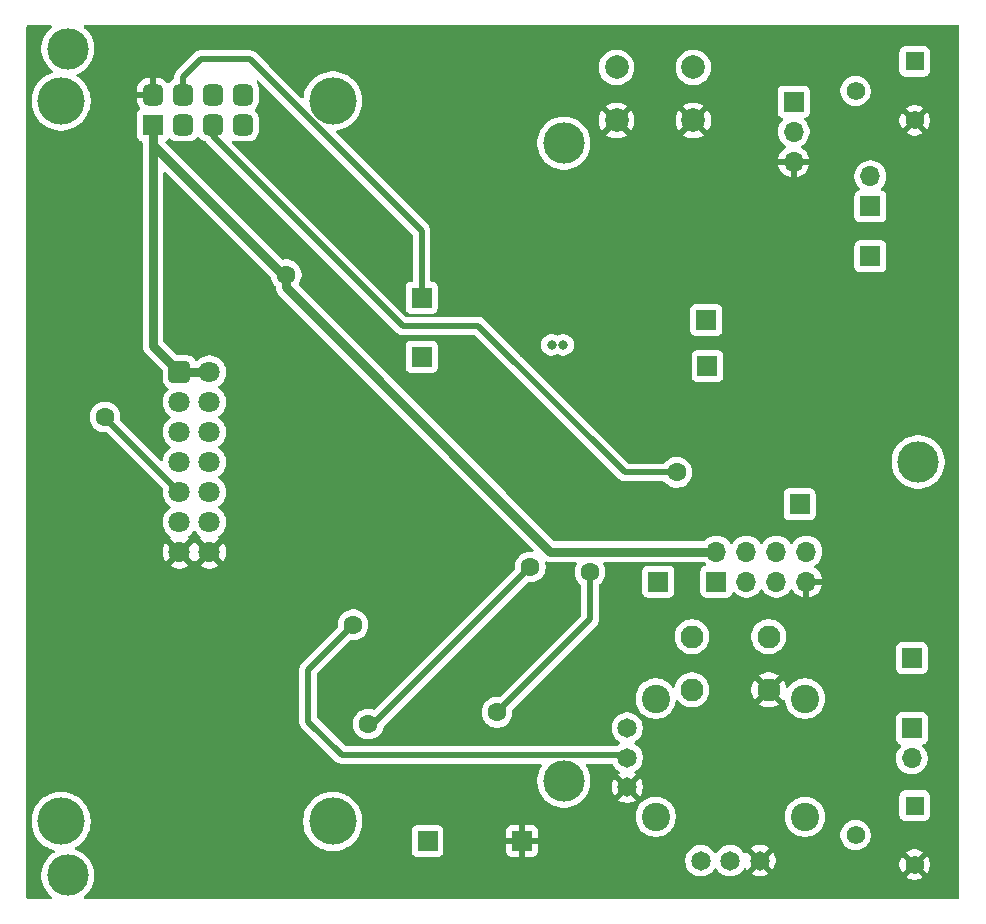
<source format=gbr>
%TF.GenerationSoftware,KiCad,Pcbnew,9.0.0*%
%TF.CreationDate,2025-03-11T13:16:13+01:00*%
%TF.ProjectId,SergiMarsol_projecte_MISE,53657267-694d-4617-9273-6f6c5f70726f,rev?*%
%TF.SameCoordinates,Original*%
%TF.FileFunction,Copper,L2,Bot*%
%TF.FilePolarity,Positive*%
%FSLAX46Y46*%
G04 Gerber Fmt 4.6, Leading zero omitted, Abs format (unit mm)*
G04 Created by KiCad (PCBNEW 9.0.0) date 2025-03-11 13:16:13*
%MOMM*%
%LPD*%
G01*
G04 APERTURE LIST*
G04 Aperture macros list*
%AMRoundRect*
0 Rectangle with rounded corners*
0 $1 Rounding radius*
0 $2 $3 $4 $5 $6 $7 $8 $9 X,Y pos of 4 corners*
0 Add a 4 corners polygon primitive as box body*
4,1,4,$2,$3,$4,$5,$6,$7,$8,$9,$2,$3,0*
0 Add four circle primitives for the rounded corners*
1,1,$1+$1,$2,$3*
1,1,$1+$1,$4,$5*
1,1,$1+$1,$6,$7*
1,1,$1+$1,$8,$9*
0 Add four rect primitives between the rounded corners*
20,1,$1+$1,$2,$3,$4,$5,0*
20,1,$1+$1,$4,$5,$6,$7,0*
20,1,$1+$1,$6,$7,$8,$9,0*
20,1,$1+$1,$8,$9,$2,$3,0*%
G04 Aperture macros list end*
%TA.AperFunction,ComponentPad*%
%ADD10R,1.700000X1.700000*%
%TD*%
%TA.AperFunction,ComponentPad*%
%ADD11R,1.700000X1.800000*%
%TD*%
%TA.AperFunction,ComponentPad*%
%ADD12RoundRect,0.425000X0.425000X-0.475000X0.425000X0.475000X-0.425000X0.475000X-0.425000X-0.475000X0*%
%TD*%
%TA.AperFunction,ComponentPad*%
%ADD13C,4.000000*%
%TD*%
%TA.AperFunction,ComponentPad*%
%ADD14O,1.700000X1.700000*%
%TD*%
%TA.AperFunction,ComponentPad*%
%ADD15C,2.000000*%
%TD*%
%TA.AperFunction,ComponentPad*%
%ADD16C,1.650000*%
%TD*%
%TA.AperFunction,ComponentPad*%
%ADD17C,1.950000*%
%TD*%
%TA.AperFunction,ComponentPad*%
%ADD18C,2.400000*%
%TD*%
%TA.AperFunction,ComponentPad*%
%ADD19RoundRect,0.250000X-0.650000X0.650000X-0.650000X-0.650000X0.650000X-0.650000X0.650000X0.650000X0*%
%TD*%
%TA.AperFunction,ComponentPad*%
%ADD20C,1.800000*%
%TD*%
%TA.AperFunction,ComponentPad*%
%ADD21C,3.500000*%
%TD*%
%TA.AperFunction,ComponentPad*%
%ADD22C,0.800000*%
%TD*%
%TA.AperFunction,ComponentPad*%
%ADD23R,1.560000X1.560000*%
%TD*%
%TA.AperFunction,ComponentPad*%
%ADD24C,1.560000*%
%TD*%
%TA.AperFunction,ViaPad*%
%ADD25C,1.600000*%
%TD*%
%TA.AperFunction,Conductor*%
%ADD26C,0.500000*%
%TD*%
%TA.AperFunction,Conductor*%
%ADD27C,0.750000*%
%TD*%
G04 APERTURE END LIST*
D10*
%TO.P,J6,1,Pin_1*%
%TO.N,Net-(IC1-P4.7{slash}UCB1SOMI{slash}UCB1SCL)*%
X52000000Y-43500000D03*
%TD*%
%TO.P,J11,1,Pin_1*%
%TO.N,Net-(IC1-P1.6{slash}UCA0RXD{slash}UCA0SOMI{slash}TB0.1{slash}TDI{slash}TCLK{slash}OA1-{slash}A6)*%
X84000000Y-61000000D03*
%TD*%
D11*
%TO.P,LCD1,1,VDD*%
%TO.N,VDD*%
X29265000Y-28875000D03*
D12*
%TO.P,LCD1,2,VSS*%
%TO.N,GND*%
X29265000Y-26335000D03*
%TO.P,LCD1,3,SDA*%
%TO.N,Net-(IC1-P4.6{slash}UCB1SIMO{slash}UCB1SDA)*%
X31805000Y-28875000D03*
%TO.P,LCD1,4,SCL*%
%TO.N,Net-(IC1-P4.7{slash}UCB1SOMI{slash}UCB1SCL)*%
X31805000Y-26335000D03*
%TO.P,LCD1,5,RST*%
%TO.N,rst_lcd*%
X34345000Y-28875000D03*
%TO.P,LCD1,6,A*%
%TO.N,unconnected-(LCD1-A-Pad6)*%
X34345000Y-26335000D03*
%TO.P,LCD1,7,K*%
%TO.N,unconnected-(LCD1-K-Pad7)*%
X36885000Y-28875000D03*
%TO.P,LCD1,8,NC*%
%TO.N,unconnected-(LCD1-NC-Pad8)*%
X36885000Y-26335000D03*
D13*
%TO.P,LCD1,9*%
%TO.N,N/C*%
X44475000Y-26850000D03*
%TO.P,LCD1,10*%
X44475000Y-87850000D03*
%TO.P,LCD1,11*%
X21475000Y-87850000D03*
%TO.P,LCD1,12*%
X21475000Y-26850000D03*
%TD*%
D10*
%TO.P,J10,1,Pin_1*%
%TO.N,Net-(IC1-P1.7{slash}UCA0TXD{slash}UCA0SIMO{slash}TB0.2{slash}TDO{slash}OA1+{slash}A7{slash}VREF+)*%
X72040000Y-67540000D03*
%TD*%
%TO.P,J2,1,Pin_1*%
%TO.N,Net-(IC1-~{RST}{slash}NMI{slash}SBWTDIO)*%
X83500000Y-26910000D03*
D14*
%TO.P,J2,2,Pin_2*%
%TO.N,Net-(IC1-TEST{slash}SBWTCK)*%
X83500000Y-29450000D03*
%TO.P,J2,3,Pin_3*%
%TO.N,GND*%
X83500000Y-31990000D03*
%TD*%
D15*
%TO.P,SW1,1,1*%
%TO.N,Net-(IC1-~{RST}{slash}NMI{slash}SBWTDIO)*%
X68500000Y-24000000D03*
X75000000Y-24000000D03*
%TO.P,SW1,2,2*%
%TO.N,GND*%
X68500000Y-28500000D03*
X75000000Y-28500000D03*
%TD*%
D10*
%TO.P,J8,1,Pin_1*%
%TO.N,Net-(IC1-P1.1{slash}UCB0CLK{slash}ACLK{slash}OA0O{slash}COMP0.1{slash}A1)*%
X76200000Y-49300000D03*
%TD*%
%TO.P,J12,1,Pin_1*%
%TO.N,Net-(IC1-P3.2{slash}OA2-)*%
X90000000Y-40000000D03*
%TD*%
%TO.P,J7,1,Pin_1*%
%TO.N,Net-(IC1-P4.6{slash}UCB1SIMO{slash}UCB1SDA)*%
X52000000Y-48500000D03*
%TD*%
%TO.P,R1,1*%
%TO.N,VDD*%
X93500000Y-79960000D03*
D14*
%TO.P,R1,2*%
%TO.N,Net-(IC1-P3.3{slash}OA2+)*%
X93500000Y-82500000D03*
%TD*%
D10*
%TO.P,J13,1,Pin_1*%
%TO.N,Net-(IC1-P3.3{slash}OA2+)*%
X93500000Y-74000000D03*
%TD*%
D16*
%TO.P,S1,1,1*%
%TO.N,VDD*%
X75637500Y-91175000D03*
%TO.P,S1,2,2*%
%TO.N,AO_1*%
X78137500Y-91175000D03*
%TO.P,S1,3,3*%
%TO.N,GND*%
X80637500Y-91175000D03*
%TO.P,S1,11,1'*%
%TO.N,VDD*%
X69407500Y-79945000D03*
%TO.P,S1,12,2'*%
%TO.N,AO_2*%
X69407500Y-82445000D03*
%TO.P,S1,13,3'*%
%TO.N,GND*%
X69407500Y-84945000D03*
D17*
%TO.P,S1,A1,COM_1*%
X81387500Y-76695000D03*
%TO.P,S1,B1,COM_2*%
%TO.N,unconnected-(S1-COM_2-PadB1)*%
X74887500Y-76695000D03*
%TO.P,S1,C1,NO_1*%
%TO.N,Net-(IC1-P1.5{slash}UCA0CLK{slash}TMS{slash}OA1O{slash}A5)*%
X81387500Y-72195000D03*
%TO.P,S1,D1,NO_2*%
%TO.N,unconnected-(S1-NO_2-PadD1)*%
X74887500Y-72195000D03*
D18*
%TO.P,S1,MH1,MH1*%
%TO.N,unconnected-(S1-PadMH1)*%
X71812500Y-87445000D03*
%TO.P,S1,MH2,MH2*%
%TO.N,unconnected-(S1-PadMH2)*%
X84462500Y-87445000D03*
%TO.P,S1,MH3,MH3*%
%TO.N,unconnected-(S1-PadMH3)*%
X84462500Y-77445000D03*
%TO.P,S1,MH4,MH4*%
%TO.N,unconnected-(S1-PadMH4)*%
X71812500Y-77445000D03*
%TD*%
D10*
%TO.P,J3,1,Pin_1*%
%TO.N,Net-(IC1-P1.7{slash}UCA0TXD{slash}UCA0SIMO{slash}TB0.2{slash}TDO{slash}OA1+{slash}A7{slash}VREF+)*%
X76960000Y-67540000D03*
D14*
%TO.P,J3,2,Pin_2*%
%TO.N,VDD*%
X76960000Y-65000000D03*
%TO.P,J3,3,Pin_3*%
%TO.N,unconnected-(J3-Pin_3-Pad3)*%
X79500000Y-67540000D03*
%TO.P,J3,4,Pin_4*%
%TO.N,unconnected-(J3-Pin_4-Pad4)*%
X79500000Y-65000000D03*
%TO.P,J3,5,Pin_5*%
%TO.N,unconnected-(J3-Pin_5-Pad5)*%
X82040000Y-67540000D03*
%TO.P,J3,6,Pin_6*%
%TO.N,Net-(J3-Pin_6)*%
X82040000Y-65000000D03*
%TO.P,J3,7,Pin_7*%
%TO.N,GND*%
X84580000Y-67540000D03*
%TO.P,J3,8,Pin_8*%
%TO.N,Net-(IC1-P1.6{slash}UCA0RXD{slash}UCA0SOMI{slash}TB0.1{slash}TDI{slash}TCLK{slash}OA1-{slash}A6)*%
X84580000Y-65000000D03*
%TD*%
D19*
%TO.P,J1,1,Pin_1*%
%TO.N,VDD*%
X31500000Y-49800000D03*
D20*
%TO.P,J1,2,Pin_2*%
X34040000Y-49800000D03*
%TO.P,J1,3,Pin_3*%
%TO.N,unconnected-(J1-Pin_3-Pad3)*%
X31500000Y-52340000D03*
%TO.P,J1,4,Pin_4*%
%TO.N,Net-(IC1-P6.1{slash}TB3.2)*%
X34040000Y-52340000D03*
%TO.P,J1,5,Pin_5*%
%TO.N,unconnected-(J1-Pin_5-Pad5)*%
X31500000Y-54880000D03*
%TO.P,J1,6,Pin_6*%
%TO.N,Net-(IC1-P6.0{slash}TB3.1)*%
X34040000Y-54880000D03*
%TO.P,J1,7,Pin_7*%
%TO.N,unconnected-(J1-Pin_7-Pad7)*%
X31500000Y-57420000D03*
%TO.P,J1,8,Pin_8*%
%TO.N,unconnected-(J1-Pin_8-Pad8)*%
X34040000Y-57420000D03*
%TO.P,J1,9,Pin_9*%
%TO.N,Net-(IC1-P4.7{slash}UCB1SOMI{slash}UCB1SCL)*%
X31500000Y-59960000D03*
%TO.P,J1,10,Pin_10*%
%TO.N,unconnected-(J1-Pin_10-Pad10)*%
X34040000Y-59960000D03*
%TO.P,J1,11,Pin_11*%
%TO.N,Net-(IC1-P4.6{slash}UCB1SIMO{slash}UCB1SDA)*%
X31500000Y-62500000D03*
%TO.P,J1,12,Pin_12*%
%TO.N,unconnected-(J1-Pin_12-Pad12)*%
X34040000Y-62500000D03*
%TO.P,J1,13,Pin_13*%
%TO.N,GND*%
X31500000Y-65040000D03*
%TO.P,J1,14,Pin_14*%
X34040000Y-65040000D03*
D21*
%TO.P,J1,15*%
%TO.N,N/C*%
X94040000Y-57420000D03*
%TO.P,J1,16*%
X64040000Y-84420000D03*
%TO.P,J1,17*%
X64040000Y-30420000D03*
%TO.P,J1,18*%
X22040000Y-92420000D03*
%TO.P,J1,19*%
X22040000Y-22420000D03*
%TD*%
D10*
%TO.P,J4,1,Pin_1*%
%TO.N,VDD*%
X52500000Y-89500000D03*
%TD*%
%TO.P,R2,1*%
%TO.N,VDD*%
X90000000Y-35775000D03*
D14*
%TO.P,R2,2*%
%TO.N,Net-(IC1-P3.2{slash}OA2-)*%
X90000000Y-33235000D03*
%TD*%
D10*
%TO.P,J9,1,Pin_1*%
%TO.N,Net-(IC1-P1.0{slash}UCB0STE{slash}SMCLK{slash}COMP0.0{slash}A0{slash}VEREF+)*%
X76100000Y-45400000D03*
%TD*%
D22*
%TO.P,Y1,1,1*%
%TO.N,Net-(IC1-P2.7{slash}TB0CLK{slash}XIN)*%
X64000000Y-47500000D03*
%TO.P,Y1,2,2*%
%TO.N,Net-(IC1-P2.6{slash}MCLK{slash}XOUT)*%
X63000000Y-47500000D03*
%TD*%
D10*
%TO.P,J5,1,Pin_1*%
%TO.N,GND*%
X60500000Y-89500000D03*
%TD*%
D23*
%TO.P,RV1,1,1*%
%TO.N,unconnected-(RV1-Pad1)*%
X93740000Y-86500000D03*
D24*
%TO.P,RV1,2,2*%
%TO.N,Net-(IC1-P3.3{slash}OA2+)*%
X88740000Y-89000000D03*
%TO.P,RV1,3,3*%
%TO.N,GND*%
X93740000Y-91500000D03*
%TD*%
D23*
%TO.P,RV2,1,1*%
%TO.N,unconnected-(RV2-Pad1)*%
X93740000Y-23500000D03*
D24*
%TO.P,RV2,2,2*%
%TO.N,Net-(IC1-P3.2{slash}OA2-)*%
X88740000Y-26000000D03*
%TO.P,RV2,3,3*%
%TO.N,GND*%
X93740000Y-28500000D03*
%TD*%
D25*
%TO.N,GND*%
X45600000Y-74900000D03*
X61500000Y-39000000D03*
%TO.N,Net-(IC1-P2.3{slash}TB1TRG)*%
X61200000Y-66300000D03*
X47500000Y-79600000D03*
%TO.N,Net-(IC1-P4.7{slash}UCB1SOMI{slash}UCB1SCL)*%
X25200000Y-53600000D03*
%TO.N,Net-(IC1-P2.0{slash}TB1.1{slash}COMP0.O)*%
X58380000Y-78620000D03*
X66250000Y-66750000D03*
%TO.N,AO_2*%
X46200000Y-71200000D03*
%TO.N,VDD*%
X40533884Y-41566116D03*
%TO.N,rst_lcd*%
X73600000Y-58300000D03*
%TD*%
D26*
%TO.N,Net-(IC1-P2.3{slash}TB1TRG)*%
X47500000Y-79600000D02*
X47900000Y-79600000D01*
X47900000Y-79600000D02*
X61200000Y-66300000D01*
%TO.N,Net-(IC1-P4.7{slash}UCB1SOMI{slash}UCB1SCL)*%
X25200000Y-53660000D02*
X31500000Y-59960000D01*
X33300000Y-23300000D02*
X37458762Y-23300000D01*
X31805000Y-24795000D02*
X33300000Y-23300000D01*
X37458762Y-23300000D02*
X52000000Y-37841238D01*
X25200000Y-53600000D02*
X25200000Y-53660000D01*
X52000000Y-37841238D02*
X52000000Y-43500000D01*
X31805000Y-26335000D02*
X31805000Y-24795000D01*
%TO.N,Net-(IC1-P2.0{slash}TB1.1{slash}COMP0.O)*%
X66250000Y-70750000D02*
X66250000Y-66750000D01*
X58380000Y-78620000D02*
X66250000Y-70750000D01*
%TO.N,AO_2*%
X42400000Y-75000000D02*
X42400000Y-79400000D01*
X46200000Y-71200000D02*
X42400000Y-75000000D01*
X45219000Y-82219000D02*
X69181500Y-82219000D01*
X69181500Y-82219000D02*
X69407500Y-82445000D01*
X42400000Y-79400000D02*
X45219000Y-82219000D01*
D27*
%TO.N,VDD*%
X40533884Y-42633884D02*
X62900000Y-65000000D01*
X62900000Y-65000000D02*
X76960000Y-65000000D01*
X40533884Y-41566116D02*
X40533884Y-42633884D01*
X34040000Y-49800000D02*
X31500000Y-49800000D01*
X29265000Y-28875000D02*
X29265000Y-47565000D01*
X29265000Y-47565000D02*
X31500000Y-49800000D01*
X29265000Y-28875000D02*
X29265000Y-30565000D01*
X29265000Y-30565000D02*
X40266116Y-41566116D01*
X40266116Y-41566116D02*
X40533884Y-41566116D01*
D26*
%TO.N,rst_lcd*%
X69200000Y-58300000D02*
X73600000Y-58300000D01*
X34345000Y-29845000D02*
X50400000Y-45900000D01*
X34345000Y-28875000D02*
X34345000Y-29845000D01*
X50400000Y-45900000D02*
X56800000Y-45900000D01*
X56800000Y-45900000D02*
X69200000Y-58300000D01*
%TD*%
%TA.AperFunction,Conductor*%
%TO.N,GND*%
G36*
X32856420Y-63256705D02*
G01*
X32870318Y-63272745D01*
X32971752Y-63412358D01*
X32971756Y-63412363D01*
X33127640Y-63568247D01*
X33267679Y-63669990D01*
X33310345Y-63725319D01*
X33316324Y-63794933D01*
X33283719Y-63856728D01*
X33267679Y-63870626D01*
X33242485Y-63888930D01*
X33242485Y-63888932D01*
X33910590Y-64557037D01*
X33847007Y-64574075D01*
X33732993Y-64639901D01*
X33639901Y-64732993D01*
X33574075Y-64847007D01*
X33557037Y-64910590D01*
X32888932Y-64242485D01*
X32888930Y-64242485D01*
X32870317Y-64268105D01*
X32814988Y-64310771D01*
X32745374Y-64316750D01*
X32683579Y-64284145D01*
X32669681Y-64268105D01*
X32651067Y-64242485D01*
X32651065Y-64242485D01*
X31982962Y-64910589D01*
X31965925Y-64847007D01*
X31900099Y-64732993D01*
X31807007Y-64639901D01*
X31692993Y-64574075D01*
X31629407Y-64557037D01*
X32297513Y-63888932D01*
X32272319Y-63870628D01*
X32229653Y-63815298D01*
X32223674Y-63745685D01*
X32256279Y-63683889D01*
X32272313Y-63669994D01*
X32412365Y-63568242D01*
X32568242Y-63412365D01*
X32578804Y-63397826D01*
X32669682Y-63272745D01*
X32725011Y-63230079D01*
X32794625Y-63224100D01*
X32856420Y-63256705D01*
G37*
%TD.AperFunction*%
%TA.AperFunction,Conductor*%
G36*
X20650694Y-20440185D02*
G01*
X20696449Y-20492989D01*
X20706393Y-20562147D01*
X20677368Y-20625703D01*
X20659142Y-20642876D01*
X20552952Y-20724358D01*
X20344358Y-20932952D01*
X20344352Y-20932959D01*
X20164761Y-21167006D01*
X20017258Y-21422489D01*
X20017254Y-21422499D01*
X19904364Y-21695038D01*
X19904361Y-21695048D01*
X19828008Y-21980004D01*
X19828006Y-21980015D01*
X19789500Y-22272486D01*
X19789500Y-22567513D01*
X19809188Y-22717049D01*
X19828007Y-22859993D01*
X19828008Y-22859995D01*
X19904361Y-23144951D01*
X19904364Y-23144961D01*
X20017254Y-23417500D01*
X20017258Y-23417510D01*
X20164761Y-23672993D01*
X20344352Y-23907040D01*
X20344358Y-23907047D01*
X20552952Y-24115641D01*
X20552956Y-24115644D01*
X20552958Y-24115646D01*
X20735992Y-24256093D01*
X20777194Y-24312521D01*
X20781349Y-24382267D01*
X20747137Y-24443187D01*
X20701460Y-24471510D01*
X20516588Y-24536200D01*
X20263557Y-24658053D01*
X20025753Y-24807476D01*
X19806175Y-24982583D01*
X19607583Y-25181175D01*
X19432476Y-25400753D01*
X19283053Y-25638557D01*
X19161200Y-25891588D01*
X19068443Y-26156670D01*
X19068439Y-26156682D01*
X19005945Y-26430487D01*
X19005942Y-26430505D01*
X18974500Y-26709568D01*
X18974500Y-26990431D01*
X19005942Y-27269494D01*
X19005945Y-27269512D01*
X19068439Y-27543317D01*
X19068443Y-27543329D01*
X19161200Y-27808411D01*
X19283053Y-28061442D01*
X19283055Y-28061445D01*
X19432477Y-28299248D01*
X19512236Y-28399262D01*
X19592571Y-28500000D01*
X19607584Y-28518825D01*
X19806175Y-28717416D01*
X20025752Y-28892523D01*
X20263555Y-29041945D01*
X20516592Y-29163801D01*
X20715680Y-29233465D01*
X20781670Y-29256556D01*
X20781682Y-29256560D01*
X21055491Y-29319055D01*
X21055497Y-29319055D01*
X21055505Y-29319057D01*
X21241547Y-29340018D01*
X21334569Y-29350499D01*
X21334572Y-29350500D01*
X21334575Y-29350500D01*
X21615428Y-29350500D01*
X21615429Y-29350499D01*
X21758055Y-29334429D01*
X21894494Y-29319057D01*
X21894499Y-29319056D01*
X21894509Y-29319055D01*
X22168318Y-29256560D01*
X22433408Y-29163801D01*
X22686445Y-29041945D01*
X22924248Y-28892523D01*
X23143825Y-28717416D01*
X23342416Y-28518825D01*
X23517523Y-28299248D01*
X23666945Y-28061445D01*
X23788801Y-27808408D01*
X23881560Y-27543318D01*
X23944055Y-27269509D01*
X23946370Y-27248969D01*
X23975499Y-26990431D01*
X23975500Y-26990427D01*
X23975500Y-26709572D01*
X23975499Y-26709568D01*
X23944057Y-26430505D01*
X23944054Y-26430487D01*
X23907235Y-26269174D01*
X23881560Y-26156682D01*
X23788801Y-25891592D01*
X23697717Y-25702454D01*
X23666948Y-25638560D01*
X23652901Y-25616204D01*
X23517523Y-25400752D01*
X23342416Y-25181175D01*
X23143825Y-24982584D01*
X23137462Y-24977510D01*
X22924244Y-24807474D01*
X22822635Y-24743628D01*
X22776345Y-24691294D01*
X22765697Y-24622240D01*
X22794072Y-24558392D01*
X22841155Y-24524074D01*
X23037507Y-24442743D01*
X23292994Y-24295238D01*
X23527042Y-24115646D01*
X23735646Y-23907042D01*
X23915238Y-23672994D01*
X24062743Y-23417507D01*
X24175639Y-23144952D01*
X24251993Y-22859993D01*
X24290500Y-22567506D01*
X24290500Y-22272494D01*
X24251993Y-21980007D01*
X24175639Y-21695048D01*
X24062743Y-21422493D01*
X23915238Y-21167006D01*
X23735646Y-20932958D01*
X23735641Y-20932952D01*
X23527047Y-20724358D01*
X23420858Y-20642876D01*
X23379656Y-20586448D01*
X23375501Y-20516702D01*
X23409714Y-20455781D01*
X23471431Y-20423029D01*
X23496345Y-20420500D01*
X97415500Y-20420500D01*
X97482539Y-20440185D01*
X97528294Y-20492989D01*
X97539500Y-20544500D01*
X97539500Y-94295500D01*
X97519815Y-94362539D01*
X97467011Y-94408294D01*
X97415500Y-94419500D01*
X23496345Y-94419500D01*
X23429306Y-94399815D01*
X23383551Y-94347011D01*
X23373607Y-94277853D01*
X23402632Y-94214297D01*
X23420858Y-94197124D01*
X23527042Y-94115646D01*
X23735646Y-93907042D01*
X23915238Y-93672994D01*
X24062743Y-93417507D01*
X24175639Y-93144952D01*
X24251993Y-92859993D01*
X24290500Y-92567506D01*
X24290500Y-92272494D01*
X24251993Y-91980007D01*
X24175639Y-91695048D01*
X24062743Y-91422493D01*
X24042420Y-91387292D01*
X23915238Y-91167005D01*
X23895510Y-91141296D01*
X23895509Y-91141295D01*
X23841320Y-91070675D01*
X74312000Y-91070675D01*
X74312000Y-91279324D01*
X74344637Y-91485389D01*
X74409112Y-91683820D01*
X74497985Y-91858243D01*
X74503830Y-91869714D01*
X74626465Y-92038505D01*
X74773995Y-92186035D01*
X74942786Y-92308670D01*
X75030616Y-92353421D01*
X75128679Y-92403387D01*
X75128681Y-92403387D01*
X75128684Y-92403389D01*
X75235045Y-92437948D01*
X75327110Y-92467862D01*
X75533176Y-92500500D01*
X75533181Y-92500500D01*
X75741824Y-92500500D01*
X75947889Y-92467862D01*
X75949394Y-92467373D01*
X76146316Y-92403389D01*
X76332214Y-92308670D01*
X76501005Y-92186035D01*
X76648535Y-92038505D01*
X76771170Y-91869714D01*
X76777015Y-91858243D01*
X76824989Y-91807447D01*
X76892810Y-91790651D01*
X76958945Y-91813188D01*
X76997985Y-91858243D01*
X77003828Y-91869712D01*
X77025906Y-91900099D01*
X77126465Y-92038505D01*
X77273995Y-92186035D01*
X77442786Y-92308670D01*
X77530616Y-92353421D01*
X77628679Y-92403387D01*
X77628681Y-92403387D01*
X77628684Y-92403389D01*
X77735045Y-92437948D01*
X77827110Y-92467862D01*
X78033176Y-92500500D01*
X78033181Y-92500500D01*
X78241824Y-92500500D01*
X78447889Y-92467862D01*
X78449394Y-92467373D01*
X78646316Y-92403389D01*
X78832214Y-92308670D01*
X79001005Y-92186035D01*
X79148535Y-92038505D01*
X79271170Y-91869714D01*
X79277294Y-91857692D01*
X79325266Y-91806896D01*
X79393086Y-91790098D01*
X79459222Y-91812632D01*
X79498265Y-91857689D01*
X79504255Y-91869446D01*
X79540127Y-91918818D01*
X79540127Y-91918819D01*
X80113712Y-91345233D01*
X80124982Y-91387292D01*
X80197390Y-91512708D01*
X80299792Y-91615110D01*
X80425208Y-91687518D01*
X80467265Y-91698787D01*
X79893679Y-92272371D01*
X79893680Y-92272372D01*
X79943043Y-92308236D01*
X79943056Y-92308244D01*
X80128872Y-92402924D01*
X80327227Y-92467373D01*
X80533221Y-92500000D01*
X80741779Y-92500000D01*
X80947772Y-92467373D01*
X81146123Y-92402925D01*
X81146130Y-92402922D01*
X81331951Y-92308240D01*
X81381318Y-92272372D01*
X81381318Y-92272371D01*
X80807734Y-91698787D01*
X80849792Y-91687518D01*
X80975208Y-91615110D01*
X81077610Y-91512708D01*
X81150018Y-91387292D01*
X81161287Y-91345234D01*
X81734871Y-91918818D01*
X81734872Y-91918818D01*
X81770740Y-91869451D01*
X81865424Y-91683627D01*
X81929874Y-91485272D01*
X81943497Y-91399262D01*
X92460000Y-91399262D01*
X92460000Y-91600737D01*
X92491518Y-91799735D01*
X92553775Y-91991346D01*
X92553776Y-91991349D01*
X92645248Y-92170869D01*
X92674842Y-92211602D01*
X92674843Y-92211603D01*
X93257037Y-91629408D01*
X93274075Y-91692993D01*
X93339901Y-91807007D01*
X93432993Y-91900099D01*
X93547007Y-91965925D01*
X93610590Y-91982962D01*
X93028395Y-92565155D01*
X93069133Y-92594753D01*
X93248650Y-92686223D01*
X93248653Y-92686224D01*
X93440264Y-92748481D01*
X93639263Y-92780000D01*
X93840737Y-92780000D01*
X94039735Y-92748481D01*
X94231346Y-92686224D01*
X94231349Y-92686223D01*
X94410866Y-92594753D01*
X94451602Y-92565156D01*
X94451602Y-92565155D01*
X93869409Y-91982962D01*
X93932993Y-91965925D01*
X94047007Y-91900099D01*
X94140099Y-91807007D01*
X94205925Y-91692993D01*
X94222962Y-91629409D01*
X94805155Y-92211602D01*
X94805156Y-92211602D01*
X94834753Y-92170866D01*
X94926223Y-91991349D01*
X94926224Y-91991346D01*
X94988481Y-91799735D01*
X95020000Y-91600737D01*
X95020000Y-91399262D01*
X94988481Y-91200264D01*
X94926224Y-91008653D01*
X94926223Y-91008650D01*
X94834753Y-90829133D01*
X94805155Y-90788396D01*
X94805155Y-90788395D01*
X94222962Y-91370589D01*
X94205925Y-91307007D01*
X94140099Y-91192993D01*
X94047007Y-91099901D01*
X93932993Y-91034075D01*
X93869408Y-91017037D01*
X94451603Y-90434843D01*
X94451602Y-90434842D01*
X94410869Y-90405248D01*
X94231349Y-90313776D01*
X94231346Y-90313775D01*
X94039735Y-90251518D01*
X93840737Y-90220000D01*
X93639263Y-90220000D01*
X93440264Y-90251518D01*
X93248653Y-90313775D01*
X93248650Y-90313776D01*
X93069135Y-90405245D01*
X93069133Y-90405246D01*
X93028396Y-90434842D01*
X93028396Y-90434843D01*
X93610591Y-91017037D01*
X93547007Y-91034075D01*
X93432993Y-91099901D01*
X93339901Y-91192993D01*
X93274075Y-91307007D01*
X93257037Y-91370590D01*
X92674843Y-90788396D01*
X92674842Y-90788396D01*
X92645246Y-90829133D01*
X92645245Y-90829135D01*
X92553776Y-91008650D01*
X92553775Y-91008653D01*
X92491518Y-91200264D01*
X92460000Y-91399262D01*
X81943497Y-91399262D01*
X81947341Y-91374992D01*
X81947341Y-91374991D01*
X81962500Y-91279280D01*
X81962500Y-91070720D01*
X81929873Y-90864727D01*
X81865423Y-90666370D01*
X81800217Y-90538398D01*
X81800216Y-90538397D01*
X81770744Y-90480556D01*
X81770736Y-90480543D01*
X81734872Y-90431180D01*
X81734871Y-90431179D01*
X81161287Y-91004764D01*
X81150018Y-90962708D01*
X81077610Y-90837292D01*
X80975208Y-90734890D01*
X80849792Y-90662482D01*
X80807733Y-90651212D01*
X81381319Y-90077627D01*
X81331951Y-90041759D01*
X81146127Y-89947075D01*
X80947772Y-89882626D01*
X80741779Y-89850000D01*
X80533221Y-89850000D01*
X80327227Y-89882626D01*
X80128872Y-89947075D01*
X79943052Y-90041757D01*
X79893680Y-90077627D01*
X80467266Y-90651212D01*
X80425208Y-90662482D01*
X80299792Y-90734890D01*
X80197390Y-90837292D01*
X80124982Y-90962708D01*
X80113712Y-91004765D01*
X79540127Y-90431180D01*
X79504255Y-90480555D01*
X79504254Y-90480556D01*
X79498264Y-90492313D01*
X79450288Y-90543108D01*
X79382467Y-90559901D01*
X79316332Y-90537361D01*
X79277295Y-90492308D01*
X79271170Y-90480286D01*
X79148535Y-90311495D01*
X79001005Y-90163965D01*
X78832214Y-90041330D01*
X78646320Y-89946612D01*
X78447889Y-89882137D01*
X78241824Y-89849500D01*
X78241819Y-89849500D01*
X78033181Y-89849500D01*
X78033176Y-89849500D01*
X77827110Y-89882137D01*
X77628679Y-89946612D01*
X77442785Y-90041330D01*
X77273993Y-90163966D01*
X77126466Y-90311493D01*
X77003830Y-90480286D01*
X76997984Y-90491759D01*
X76950008Y-90542554D01*
X76882187Y-90559348D01*
X76816053Y-90536809D01*
X76777016Y-90491759D01*
X76775803Y-90489380D01*
X76771170Y-90480286D01*
X76648535Y-90311495D01*
X76501005Y-90163965D01*
X76332214Y-90041330D01*
X76146320Y-89946612D01*
X75947889Y-89882137D01*
X75741824Y-89849500D01*
X75741819Y-89849500D01*
X75533181Y-89849500D01*
X75533176Y-89849500D01*
X75327110Y-89882137D01*
X75128679Y-89946612D01*
X74942785Y-90041330D01*
X74773993Y-90163966D01*
X74626466Y-90311493D01*
X74503830Y-90480285D01*
X74409112Y-90666179D01*
X74344637Y-90864610D01*
X74312000Y-91070675D01*
X23841320Y-91070675D01*
X23735647Y-90932959D01*
X23735641Y-90932952D01*
X23527047Y-90724358D01*
X23527040Y-90724352D01*
X23292993Y-90544761D01*
X23037510Y-90397258D01*
X23037500Y-90397254D01*
X22764961Y-90284364D01*
X22764954Y-90284362D01*
X22764955Y-90284362D01*
X22764952Y-90284361D01*
X22713660Y-90270617D01*
X22654001Y-90234252D01*
X22623472Y-90171405D01*
X22631767Y-90102030D01*
X22676253Y-90048152D01*
X22685791Y-90042306D01*
X22686432Y-90041950D01*
X22686445Y-90041945D01*
X22924248Y-89892523D01*
X23143825Y-89717416D01*
X23342416Y-89518825D01*
X23517523Y-89299248D01*
X23666945Y-89061445D01*
X23788801Y-88808408D01*
X23881560Y-88543318D01*
X23944055Y-88269509D01*
X23951188Y-88206206D01*
X23971797Y-88023289D01*
X23975500Y-87990425D01*
X23975500Y-87709575D01*
X23975499Y-87709568D01*
X41974500Y-87709568D01*
X41974500Y-87990431D01*
X42005942Y-88269494D01*
X42005945Y-88269512D01*
X42068439Y-88543317D01*
X42068443Y-88543329D01*
X42161200Y-88808411D01*
X42283053Y-89061442D01*
X42283055Y-89061445D01*
X42432477Y-89299248D01*
X42432958Y-89299851D01*
X42585826Y-89491542D01*
X42607584Y-89518825D01*
X42806175Y-89717416D01*
X43025752Y-89892523D01*
X43263555Y-90041945D01*
X43516592Y-90163801D01*
X43677200Y-90220000D01*
X43781670Y-90256556D01*
X43781682Y-90256560D01*
X44055491Y-90319055D01*
X44055497Y-90319055D01*
X44055505Y-90319057D01*
X44241547Y-90340018D01*
X44334569Y-90350499D01*
X44334572Y-90350500D01*
X44334575Y-90350500D01*
X44615428Y-90350500D01*
X44615429Y-90350499D01*
X44758055Y-90334429D01*
X44894494Y-90319057D01*
X44894499Y-90319056D01*
X44894509Y-90319055D01*
X45168318Y-90256560D01*
X45433408Y-90163801D01*
X45686445Y-90041945D01*
X45924248Y-89892523D01*
X46143825Y-89717416D01*
X46342416Y-89518825D01*
X46517523Y-89299248D01*
X46666945Y-89061445D01*
X46788801Y-88808408D01*
X46860979Y-88602135D01*
X51149500Y-88602135D01*
X51149500Y-90397870D01*
X51149501Y-90397876D01*
X51155908Y-90457483D01*
X51206202Y-90592328D01*
X51206206Y-90592335D01*
X51292452Y-90707544D01*
X51292455Y-90707547D01*
X51407664Y-90793793D01*
X51407671Y-90793797D01*
X51542517Y-90844091D01*
X51542516Y-90844091D01*
X51549444Y-90844835D01*
X51602127Y-90850500D01*
X53397872Y-90850499D01*
X53457483Y-90844091D01*
X53592331Y-90793796D01*
X53707546Y-90707546D01*
X53793796Y-90592331D01*
X53844091Y-90457483D01*
X53850500Y-90397873D01*
X53850499Y-89491542D01*
X53850499Y-88602155D01*
X59150000Y-88602155D01*
X59150000Y-89250000D01*
X60066988Y-89250000D01*
X60034075Y-89307007D01*
X60000000Y-89434174D01*
X60000000Y-89565826D01*
X60034075Y-89692993D01*
X60066988Y-89750000D01*
X59150000Y-89750000D01*
X59150000Y-90397844D01*
X59156401Y-90457372D01*
X59156403Y-90457379D01*
X59206645Y-90592086D01*
X59206649Y-90592093D01*
X59292809Y-90707187D01*
X59292812Y-90707190D01*
X59407906Y-90793350D01*
X59407913Y-90793354D01*
X59542620Y-90843596D01*
X59542627Y-90843598D01*
X59602155Y-90849999D01*
X59602172Y-90850000D01*
X60250000Y-90850000D01*
X60250000Y-89933012D01*
X60307007Y-89965925D01*
X60434174Y-90000000D01*
X60565826Y-90000000D01*
X60692993Y-89965925D01*
X60750000Y-89933012D01*
X60750000Y-90850000D01*
X61397828Y-90850000D01*
X61397844Y-90849999D01*
X61457372Y-90843598D01*
X61457379Y-90843596D01*
X61592086Y-90793354D01*
X61592093Y-90793350D01*
X61707187Y-90707190D01*
X61707190Y-90707187D01*
X61793350Y-90592093D01*
X61793354Y-90592086D01*
X61843596Y-90457379D01*
X61843598Y-90457372D01*
X61849999Y-90397844D01*
X61850000Y-90397827D01*
X61850000Y-89750000D01*
X60933012Y-89750000D01*
X60965925Y-89692993D01*
X61000000Y-89565826D01*
X61000000Y-89434174D01*
X60965925Y-89307007D01*
X60933012Y-89250000D01*
X61850000Y-89250000D01*
X61850000Y-88602172D01*
X61849999Y-88602155D01*
X61843598Y-88542627D01*
X61843596Y-88542620D01*
X61793354Y-88407913D01*
X61793350Y-88407906D01*
X61707190Y-88292812D01*
X61707187Y-88292809D01*
X61592093Y-88206649D01*
X61592086Y-88206645D01*
X61457379Y-88156403D01*
X61457372Y-88156401D01*
X61397844Y-88150000D01*
X60750000Y-88150000D01*
X60750000Y-89066988D01*
X60692993Y-89034075D01*
X60565826Y-89000000D01*
X60434174Y-89000000D01*
X60307007Y-89034075D01*
X60250000Y-89066988D01*
X60250000Y-88150000D01*
X59602155Y-88150000D01*
X59542627Y-88156401D01*
X59542620Y-88156403D01*
X59407913Y-88206645D01*
X59407906Y-88206649D01*
X59292812Y-88292809D01*
X59292809Y-88292812D01*
X59206649Y-88407906D01*
X59206645Y-88407913D01*
X59156403Y-88542620D01*
X59156401Y-88542627D01*
X59150000Y-88602155D01*
X53850499Y-88602155D01*
X53850499Y-88602129D01*
X53850498Y-88602123D01*
X53850497Y-88602116D01*
X53844091Y-88542517D01*
X53793884Y-88407906D01*
X53793797Y-88407671D01*
X53793793Y-88407664D01*
X53707547Y-88292455D01*
X53707544Y-88292452D01*
X53592335Y-88206206D01*
X53592328Y-88206202D01*
X53457482Y-88155908D01*
X53457483Y-88155908D01*
X53397883Y-88149501D01*
X53397881Y-88149500D01*
X53397873Y-88149500D01*
X53397864Y-88149500D01*
X51602129Y-88149500D01*
X51602123Y-88149501D01*
X51542516Y-88155908D01*
X51407671Y-88206202D01*
X51407664Y-88206206D01*
X51292455Y-88292452D01*
X51292452Y-88292455D01*
X51206206Y-88407664D01*
X51206202Y-88407671D01*
X51155908Y-88542517D01*
X51149501Y-88602116D01*
X51149501Y-88602123D01*
X51149500Y-88602135D01*
X46860979Y-88602135D01*
X46860981Y-88602129D01*
X46876475Y-88557851D01*
X46876475Y-88557850D01*
X46876476Y-88557848D01*
X46881557Y-88543327D01*
X46881560Y-88543317D01*
X46944055Y-88269509D01*
X46951188Y-88206206D01*
X46971797Y-88023289D01*
X46975500Y-87990425D01*
X46975500Y-87709575D01*
X46954403Y-87522331D01*
X46944057Y-87430505D01*
X46944054Y-87430486D01*
X46927299Y-87357076D01*
X46921929Y-87333549D01*
X70112000Y-87333549D01*
X70112000Y-87556450D01*
X70112001Y-87556466D01*
X70141094Y-87777452D01*
X70141095Y-87777457D01*
X70141096Y-87777463D01*
X70198790Y-87992780D01*
X70198793Y-87992790D01*
X70284093Y-88198722D01*
X70284095Y-88198726D01*
X70395552Y-88391774D01*
X70395557Y-88391780D01*
X70395558Y-88391782D01*
X70531251Y-88568622D01*
X70531257Y-88568629D01*
X70688870Y-88726242D01*
X70688877Y-88726248D01*
X70795951Y-88808408D01*
X70865726Y-88861948D01*
X71058774Y-88973405D01*
X71264719Y-89058710D01*
X71480037Y-89116404D01*
X71701043Y-89145500D01*
X71701050Y-89145500D01*
X71923950Y-89145500D01*
X71923957Y-89145500D01*
X72144963Y-89116404D01*
X72360281Y-89058710D01*
X72566226Y-88973405D01*
X72759274Y-88861948D01*
X72936124Y-88726247D01*
X73093747Y-88568624D01*
X73229448Y-88391774D01*
X73340905Y-88198726D01*
X73426210Y-87992781D01*
X73483904Y-87777463D01*
X73513000Y-87556457D01*
X73513000Y-87333549D01*
X82762000Y-87333549D01*
X82762000Y-87556450D01*
X82762001Y-87556466D01*
X82791094Y-87777452D01*
X82791095Y-87777457D01*
X82791096Y-87777463D01*
X82848790Y-87992780D01*
X82848793Y-87992790D01*
X82934093Y-88198722D01*
X82934095Y-88198726D01*
X83045552Y-88391774D01*
X83045557Y-88391780D01*
X83045558Y-88391782D01*
X83181251Y-88568622D01*
X83181257Y-88568629D01*
X83338870Y-88726242D01*
X83338877Y-88726248D01*
X83445951Y-88808408D01*
X83515726Y-88861948D01*
X83708774Y-88973405D01*
X83914719Y-89058710D01*
X84130037Y-89116404D01*
X84351043Y-89145500D01*
X84351050Y-89145500D01*
X84573950Y-89145500D01*
X84573957Y-89145500D01*
X84794963Y-89116404D01*
X85010281Y-89058710D01*
X85216226Y-88973405D01*
X85344724Y-88899216D01*
X87459500Y-88899216D01*
X87459500Y-89100783D01*
X87491030Y-89299852D01*
X87553312Y-89491539D01*
X87644818Y-89671129D01*
X87763289Y-89834190D01*
X87905810Y-89976711D01*
X88068871Y-90095182D01*
X88218467Y-90171405D01*
X88248460Y-90186687D01*
X88314077Y-90208007D01*
X88440149Y-90248970D01*
X88532348Y-90263572D01*
X88639217Y-90280500D01*
X88639222Y-90280500D01*
X88840783Y-90280500D01*
X88937289Y-90265214D01*
X89039851Y-90248970D01*
X89231542Y-90186686D01*
X89411129Y-90095182D01*
X89574190Y-89976711D01*
X89716711Y-89834190D01*
X89835182Y-89671129D01*
X89926686Y-89491542D01*
X89988970Y-89299851D01*
X90013417Y-89145498D01*
X90020500Y-89100783D01*
X90020500Y-88899216D01*
X90002156Y-88783408D01*
X89988970Y-88700149D01*
X89946235Y-88568624D01*
X89926687Y-88508460D01*
X89875452Y-88407906D01*
X89835182Y-88328871D01*
X89716711Y-88165810D01*
X89574190Y-88023289D01*
X89411129Y-87904818D01*
X89231539Y-87813312D01*
X89039852Y-87751030D01*
X88840783Y-87719500D01*
X88840778Y-87719500D01*
X88639222Y-87719500D01*
X88639217Y-87719500D01*
X88440147Y-87751030D01*
X88248460Y-87813312D01*
X88068870Y-87904818D01*
X87975838Y-87972410D01*
X87905810Y-88023289D01*
X87905808Y-88023291D01*
X87905807Y-88023291D01*
X87763291Y-88165807D01*
X87763291Y-88165808D01*
X87763289Y-88165810D01*
X87733941Y-88206204D01*
X87644818Y-88328870D01*
X87553312Y-88508460D01*
X87491030Y-88700147D01*
X87459500Y-88899216D01*
X85344724Y-88899216D01*
X85409274Y-88861948D01*
X85479049Y-88808408D01*
X85495254Y-88795974D01*
X85533934Y-88766293D01*
X85586124Y-88726247D01*
X85743747Y-88568624D01*
X85879448Y-88391774D01*
X85990905Y-88198726D01*
X86076210Y-87992781D01*
X86133904Y-87777463D01*
X86163000Y-87556457D01*
X86163000Y-87333543D01*
X86133904Y-87112537D01*
X86076210Y-86897219D01*
X85990905Y-86691274D01*
X85879448Y-86498226D01*
X85743747Y-86321376D01*
X85743742Y-86321370D01*
X85586129Y-86163757D01*
X85586122Y-86163751D01*
X85409282Y-86028058D01*
X85409280Y-86028057D01*
X85409274Y-86028052D01*
X85216226Y-85916595D01*
X85216222Y-85916593D01*
X85010290Y-85831293D01*
X85010283Y-85831291D01*
X85010281Y-85831290D01*
X84794963Y-85773596D01*
X84794957Y-85773595D01*
X84794952Y-85773594D01*
X84573966Y-85744501D01*
X84573963Y-85744500D01*
X84573957Y-85744500D01*
X84351043Y-85744500D01*
X84351037Y-85744500D01*
X84351033Y-85744501D01*
X84130047Y-85773594D01*
X84130040Y-85773595D01*
X84130037Y-85773596D01*
X84003591Y-85807477D01*
X83914719Y-85831290D01*
X83914709Y-85831293D01*
X83708777Y-85916593D01*
X83708773Y-85916595D01*
X83515726Y-86028052D01*
X83515717Y-86028058D01*
X83338877Y-86163751D01*
X83338870Y-86163757D01*
X83181257Y-86321370D01*
X83181251Y-86321377D01*
X83045558Y-86498217D01*
X83045552Y-86498226D01*
X82934095Y-86691273D01*
X82934093Y-86691277D01*
X82848793Y-86897209D01*
X82848790Y-86897219D01*
X82791097Y-87112534D01*
X82791094Y-87112547D01*
X82762001Y-87333533D01*
X82762000Y-87333549D01*
X73513000Y-87333549D01*
X73513000Y-87333543D01*
X73483904Y-87112537D01*
X73426210Y-86897219D01*
X73340905Y-86691274D01*
X73229448Y-86498226D01*
X73093747Y-86321376D01*
X73093742Y-86321370D01*
X72936129Y-86163757D01*
X72936122Y-86163751D01*
X72759282Y-86028058D01*
X72759280Y-86028057D01*
X72759274Y-86028052D01*
X72566226Y-85916595D01*
X72566222Y-85916593D01*
X72360290Y-85831293D01*
X72360283Y-85831291D01*
X72360281Y-85831290D01*
X72144963Y-85773596D01*
X72144957Y-85773595D01*
X72144952Y-85773594D01*
X71923966Y-85744501D01*
X71923963Y-85744500D01*
X71923957Y-85744500D01*
X71701043Y-85744500D01*
X71701037Y-85744500D01*
X71701033Y-85744501D01*
X71480047Y-85773594D01*
X71480040Y-85773595D01*
X71480037Y-85773596D01*
X71353591Y-85807477D01*
X71264719Y-85831290D01*
X71264709Y-85831293D01*
X71058777Y-85916593D01*
X71058773Y-85916595D01*
X70865726Y-86028052D01*
X70865717Y-86028058D01*
X70688877Y-86163751D01*
X70688870Y-86163757D01*
X70531257Y-86321370D01*
X70531251Y-86321377D01*
X70395558Y-86498217D01*
X70395552Y-86498226D01*
X70284095Y-86691273D01*
X70284093Y-86691277D01*
X70198793Y-86897209D01*
X70198790Y-86897219D01*
X70141097Y-87112534D01*
X70141094Y-87112547D01*
X70112001Y-87333533D01*
X70112000Y-87333549D01*
X46921929Y-87333549D01*
X46881559Y-87156678D01*
X46881556Y-87156670D01*
X46858465Y-87090680D01*
X46788801Y-86891592D01*
X46666945Y-86638555D01*
X46517523Y-86400752D01*
X46342416Y-86181175D01*
X46143825Y-85982584D01*
X45924248Y-85807477D01*
X45760004Y-85704275D01*
X45686442Y-85658053D01*
X45433411Y-85536200D01*
X45168329Y-85443443D01*
X45168317Y-85443439D01*
X44894512Y-85380945D01*
X44894494Y-85380942D01*
X44615431Y-85349500D01*
X44615425Y-85349500D01*
X44334575Y-85349500D01*
X44334568Y-85349500D01*
X44055505Y-85380942D01*
X44055487Y-85380945D01*
X43781682Y-85443439D01*
X43781670Y-85443443D01*
X43516588Y-85536200D01*
X43263557Y-85658053D01*
X43025753Y-85807476D01*
X42806175Y-85982583D01*
X42607583Y-86181175D01*
X42432476Y-86400753D01*
X42283053Y-86638557D01*
X42161200Y-86891588D01*
X42068443Y-87156670D01*
X42068439Y-87156682D01*
X42005945Y-87430487D01*
X42005942Y-87430505D01*
X41974500Y-87709568D01*
X23975499Y-87709568D01*
X23954403Y-87522331D01*
X23944057Y-87430505D01*
X23944054Y-87430487D01*
X23927298Y-87357076D01*
X23881560Y-87156682D01*
X23866116Y-87112547D01*
X23858465Y-87090680D01*
X23788801Y-86891592D01*
X23666945Y-86638555D01*
X23517523Y-86400752D01*
X23342416Y-86181175D01*
X23143825Y-85982584D01*
X22924248Y-85807477D01*
X22760004Y-85704275D01*
X22686442Y-85658053D01*
X22433411Y-85536200D01*
X22168329Y-85443443D01*
X22168317Y-85443439D01*
X21894512Y-85380945D01*
X21894494Y-85380942D01*
X21615431Y-85349500D01*
X21615425Y-85349500D01*
X21334575Y-85349500D01*
X21334568Y-85349500D01*
X21055505Y-85380942D01*
X21055487Y-85380945D01*
X20781682Y-85443439D01*
X20781670Y-85443443D01*
X20516588Y-85536200D01*
X20263557Y-85658053D01*
X20025753Y-85807476D01*
X19806175Y-85982583D01*
X19607583Y-86181175D01*
X19432476Y-86400753D01*
X19283053Y-86638557D01*
X19161200Y-86891588D01*
X19068443Y-87156670D01*
X19068439Y-87156682D01*
X19005945Y-87430487D01*
X19005942Y-87430505D01*
X18974500Y-87709568D01*
X18974500Y-87990431D01*
X19005942Y-88269494D01*
X19005945Y-88269512D01*
X19068439Y-88543317D01*
X19068443Y-88543329D01*
X19161200Y-88808411D01*
X19283053Y-89061442D01*
X19283055Y-89061445D01*
X19432477Y-89299248D01*
X19432958Y-89299851D01*
X19585826Y-89491542D01*
X19607584Y-89518825D01*
X19806175Y-89717416D01*
X20025752Y-89892523D01*
X20263555Y-90041945D01*
X20516592Y-90163801D01*
X20677200Y-90220000D01*
X20781670Y-90256556D01*
X20781682Y-90256560D01*
X20835222Y-90268780D01*
X20896200Y-90302888D01*
X20929059Y-90364549D01*
X20923364Y-90434187D01*
X20880925Y-90489690D01*
X20869631Y-90497058D01*
X20787004Y-90544763D01*
X20552959Y-90724352D01*
X20552952Y-90724358D01*
X20344358Y-90932952D01*
X20344352Y-90932959D01*
X20164761Y-91167006D01*
X20017258Y-91422489D01*
X20017254Y-91422499D01*
X19904364Y-91695038D01*
X19904361Y-91695048D01*
X19844403Y-91918818D01*
X19828008Y-91980004D01*
X19828006Y-91980015D01*
X19789500Y-92272486D01*
X19789500Y-92567513D01*
X19813326Y-92748481D01*
X19828007Y-92859993D01*
X19828008Y-92859995D01*
X19904361Y-93144951D01*
X19904364Y-93144961D01*
X20017254Y-93417500D01*
X20017258Y-93417510D01*
X20164761Y-93672993D01*
X20344352Y-93907040D01*
X20344358Y-93907047D01*
X20552952Y-94115641D01*
X20552956Y-94115644D01*
X20552958Y-94115646D01*
X20659142Y-94197124D01*
X20700344Y-94253552D01*
X20704499Y-94323298D01*
X20670286Y-94384219D01*
X20608569Y-94416971D01*
X20583655Y-94419500D01*
X18664500Y-94419500D01*
X18597461Y-94399815D01*
X18551706Y-94347011D01*
X18540500Y-94295500D01*
X18540500Y-79473920D01*
X41649499Y-79473920D01*
X41678340Y-79618907D01*
X41678343Y-79618917D01*
X41734914Y-79755492D01*
X41767812Y-79804727D01*
X41767813Y-79804730D01*
X41817046Y-79878414D01*
X41817052Y-79878421D01*
X44740584Y-82801952D01*
X44740586Y-82801954D01*
X44770058Y-82821645D01*
X44814270Y-82851186D01*
X44863505Y-82884084D01*
X44863506Y-82884084D01*
X44863507Y-82884085D01*
X44863509Y-82884086D01*
X45000082Y-82940656D01*
X45000087Y-82940658D01*
X45000091Y-82940658D01*
X45000092Y-82940659D01*
X45145079Y-82969500D01*
X45145082Y-82969500D01*
X45145083Y-82969500D01*
X45292917Y-82969500D01*
X62064866Y-82969500D01*
X62131905Y-82989185D01*
X62177660Y-83041989D01*
X62187604Y-83111147D01*
X62165836Y-83162843D01*
X62167016Y-83163632D01*
X62164762Y-83167004D01*
X62017258Y-83422489D01*
X62017254Y-83422499D01*
X61904364Y-83695038D01*
X61904361Y-83695048D01*
X61828008Y-83980004D01*
X61828006Y-83980015D01*
X61789500Y-84272486D01*
X61789500Y-84567513D01*
X61811249Y-84732708D01*
X61828007Y-84859993D01*
X61878726Y-85049279D01*
X61904361Y-85144951D01*
X61904364Y-85144961D01*
X62017254Y-85417500D01*
X62017258Y-85417510D01*
X62164761Y-85672993D01*
X62344352Y-85907040D01*
X62344358Y-85907047D01*
X62552952Y-86115641D01*
X62552959Y-86115647D01*
X62787006Y-86295238D01*
X63042489Y-86442741D01*
X63042490Y-86442741D01*
X63042493Y-86442743D01*
X63315048Y-86555639D01*
X63600007Y-86631993D01*
X63892494Y-86670500D01*
X63892501Y-86670500D01*
X64187499Y-86670500D01*
X64187506Y-86670500D01*
X64479993Y-86631993D01*
X64764952Y-86555639D01*
X65037507Y-86442743D01*
X65292994Y-86295238D01*
X65527042Y-86115646D01*
X65614636Y-86028052D01*
X65735258Y-85907431D01*
X65735641Y-85907047D01*
X65735646Y-85907042D01*
X65915238Y-85672994D01*
X66062743Y-85417507D01*
X66175639Y-85144952D01*
X66251993Y-84859993D01*
X66290500Y-84567506D01*
X66290500Y-84272494D01*
X66251993Y-83980007D01*
X66175639Y-83695048D01*
X66159070Y-83655048D01*
X66107317Y-83530104D01*
X66062743Y-83422493D01*
X65915238Y-83167006D01*
X65915237Y-83167004D01*
X65912984Y-83163632D01*
X65914332Y-83162730D01*
X65891561Y-83103787D01*
X65905617Y-83035345D01*
X65954443Y-82985368D01*
X66015134Y-82969500D01*
X68111114Y-82969500D01*
X68178153Y-82989185D01*
X68221599Y-83037205D01*
X68273830Y-83139714D01*
X68396465Y-83308505D01*
X68543995Y-83456035D01*
X68712786Y-83578670D01*
X68724809Y-83584796D01*
X68775605Y-83632769D01*
X68792401Y-83700589D01*
X68769865Y-83766725D01*
X68724813Y-83805764D01*
X68713056Y-83811754D01*
X68713055Y-83811755D01*
X68663680Y-83847627D01*
X69237266Y-84421212D01*
X69195208Y-84432482D01*
X69069792Y-84504890D01*
X68967390Y-84607292D01*
X68894982Y-84732708D01*
X68883712Y-84774765D01*
X68310127Y-84201180D01*
X68274257Y-84250552D01*
X68179575Y-84436372D01*
X68115126Y-84634727D01*
X68082500Y-84840720D01*
X68082500Y-85049279D01*
X68115126Y-85255272D01*
X68179575Y-85453627D01*
X68274259Y-85639451D01*
X68310127Y-85688818D01*
X68310127Y-85688819D01*
X68883712Y-85115233D01*
X68894982Y-85157292D01*
X68967390Y-85282708D01*
X69069792Y-85385110D01*
X69195208Y-85457518D01*
X69237265Y-85468787D01*
X68663679Y-86042371D01*
X68663680Y-86042372D01*
X68713043Y-86078236D01*
X68713056Y-86078244D01*
X68898872Y-86172924D01*
X69097227Y-86237373D01*
X69303221Y-86270000D01*
X69511779Y-86270000D01*
X69717772Y-86237373D01*
X69916127Y-86172924D01*
X70101951Y-86078240D01*
X70151318Y-86042372D01*
X70151318Y-86042371D01*
X69577734Y-85468787D01*
X69619792Y-85457518D01*
X69745208Y-85385110D01*
X69847610Y-85282708D01*
X69920018Y-85157292D01*
X69931287Y-85115234D01*
X70504871Y-85688818D01*
X70504872Y-85688818D01*
X70516993Y-85672135D01*
X92459500Y-85672135D01*
X92459500Y-87327870D01*
X92459501Y-87327876D01*
X92465908Y-87387483D01*
X92516202Y-87522328D01*
X92516206Y-87522335D01*
X92602452Y-87637544D01*
X92602455Y-87637547D01*
X92717664Y-87723793D01*
X92717671Y-87723797D01*
X92852517Y-87774091D01*
X92852516Y-87774091D01*
X92859444Y-87774835D01*
X92912127Y-87780500D01*
X94567872Y-87780499D01*
X94627483Y-87774091D01*
X94762331Y-87723796D01*
X94877546Y-87637546D01*
X94963796Y-87522331D01*
X95014091Y-87387483D01*
X95020500Y-87327873D01*
X95020499Y-85672128D01*
X95014091Y-85612517D01*
X94985626Y-85536199D01*
X94963797Y-85477671D01*
X94963793Y-85477664D01*
X94877547Y-85362455D01*
X94877544Y-85362452D01*
X94762335Y-85276206D01*
X94762328Y-85276202D01*
X94627482Y-85225908D01*
X94627483Y-85225908D01*
X94567883Y-85219501D01*
X94567881Y-85219500D01*
X94567873Y-85219500D01*
X94567864Y-85219500D01*
X92912129Y-85219500D01*
X92912123Y-85219501D01*
X92852516Y-85225908D01*
X92717671Y-85276202D01*
X92717664Y-85276206D01*
X92602455Y-85362452D01*
X92602452Y-85362455D01*
X92516206Y-85477664D01*
X92516202Y-85477671D01*
X92465908Y-85612517D01*
X92463013Y-85639451D01*
X92459501Y-85672123D01*
X92459500Y-85672135D01*
X70516993Y-85672135D01*
X70540740Y-85639451D01*
X70635424Y-85453627D01*
X70699873Y-85255272D01*
X70732500Y-85049279D01*
X70732500Y-84840720D01*
X70699873Y-84634727D01*
X70635424Y-84436372D01*
X70540744Y-84250556D01*
X70540736Y-84250543D01*
X70504872Y-84201180D01*
X70504871Y-84201179D01*
X69931287Y-84774764D01*
X69920018Y-84732708D01*
X69847610Y-84607292D01*
X69745208Y-84504890D01*
X69619792Y-84432482D01*
X69577733Y-84421212D01*
X70151319Y-83847627D01*
X70101946Y-83811755D01*
X70090189Y-83805765D01*
X70039393Y-83757791D01*
X70022598Y-83689970D01*
X70045136Y-83623835D01*
X70090192Y-83584795D01*
X70102214Y-83578670D01*
X70271005Y-83456035D01*
X70418535Y-83308505D01*
X70541170Y-83139714D01*
X70635889Y-82953816D01*
X70700362Y-82755389D01*
X70733000Y-82549324D01*
X70733000Y-82340675D01*
X70700362Y-82134610D01*
X70670448Y-82042545D01*
X70635889Y-81936184D01*
X70635887Y-81936181D01*
X70635887Y-81936179D01*
X70541169Y-81750285D01*
X70446667Y-81620215D01*
X70418535Y-81581495D01*
X70271005Y-81433965D01*
X70190753Y-81375658D01*
X70102212Y-81311328D01*
X70090743Y-81305485D01*
X70039947Y-81257511D01*
X70023151Y-81189690D01*
X70045688Y-81123555D01*
X70090743Y-81084515D01*
X70102212Y-81078671D01*
X70102211Y-81078671D01*
X70102214Y-81078670D01*
X70271005Y-80956035D01*
X70418535Y-80808505D01*
X70541170Y-80639714D01*
X70635889Y-80453816D01*
X70700362Y-80255389D01*
X70733000Y-80049324D01*
X70733000Y-79840675D01*
X70700362Y-79634610D01*
X70648150Y-79473920D01*
X70635889Y-79436184D01*
X70635887Y-79436181D01*
X70635887Y-79436179D01*
X70567322Y-79301613D01*
X70541170Y-79250286D01*
X70418535Y-79081495D01*
X70271005Y-78933965D01*
X70102214Y-78811330D01*
X69916320Y-78716612D01*
X69717889Y-78652137D01*
X69511824Y-78619500D01*
X69511819Y-78619500D01*
X69303181Y-78619500D01*
X69303176Y-78619500D01*
X69097110Y-78652137D01*
X68898679Y-78716612D01*
X68712785Y-78811330D01*
X68543993Y-78933966D01*
X68396466Y-79081493D01*
X68273830Y-79250285D01*
X68179112Y-79436179D01*
X68114637Y-79634610D01*
X68082000Y-79840675D01*
X68082000Y-80049324D01*
X68114637Y-80255389D01*
X68179112Y-80453820D01*
X68249501Y-80591966D01*
X68273830Y-80639714D01*
X68396465Y-80808505D01*
X68543995Y-80956035D01*
X68712786Y-81078670D01*
X68721880Y-81083303D01*
X68724259Y-81084516D01*
X68775054Y-81132492D01*
X68791848Y-81200313D01*
X68769309Y-81266447D01*
X68724259Y-81305484D01*
X68712786Y-81311330D01*
X68543993Y-81433966D01*
X68540291Y-81437129D01*
X68539154Y-81435798D01*
X68484456Y-81465666D01*
X68458098Y-81468500D01*
X45581230Y-81468500D01*
X45514191Y-81448815D01*
X45493549Y-81432181D01*
X43186819Y-79125451D01*
X43153334Y-79064128D01*
X43150500Y-79037770D01*
X43150500Y-75362228D01*
X43170185Y-75295189D01*
X43186814Y-75274552D01*
X45934894Y-72526471D01*
X45996215Y-72492988D01*
X46041970Y-72491681D01*
X46097648Y-72500500D01*
X46097649Y-72500500D01*
X46302351Y-72500500D01*
X46302352Y-72500500D01*
X46504534Y-72468477D01*
X46699219Y-72405220D01*
X46881610Y-72312287D01*
X46974590Y-72244732D01*
X47047213Y-72191971D01*
X47047215Y-72191968D01*
X47047219Y-72191966D01*
X47191966Y-72047219D01*
X47191968Y-72047215D01*
X47191971Y-72047213D01*
X47244732Y-71974590D01*
X47312287Y-71881610D01*
X47405220Y-71699219D01*
X47468477Y-71504534D01*
X47500500Y-71302352D01*
X47500500Y-71097648D01*
X47468477Y-70895466D01*
X47405220Y-70700781D01*
X47405218Y-70700778D01*
X47405218Y-70700776D01*
X47371503Y-70634607D01*
X47312287Y-70518390D01*
X47281090Y-70475450D01*
X47191971Y-70352786D01*
X47047213Y-70208028D01*
X46881613Y-70087715D01*
X46881612Y-70087714D01*
X46881610Y-70087713D01*
X46824653Y-70058691D01*
X46699223Y-69994781D01*
X46504534Y-69931522D01*
X46329995Y-69903878D01*
X46302352Y-69899500D01*
X46097648Y-69899500D01*
X46073329Y-69903351D01*
X45895465Y-69931522D01*
X45700776Y-69994781D01*
X45518386Y-70087715D01*
X45352786Y-70208028D01*
X45208028Y-70352786D01*
X45087715Y-70518386D01*
X44994781Y-70700776D01*
X44931522Y-70895465D01*
X44899500Y-71097648D01*
X44899500Y-71302351D01*
X44908318Y-71358026D01*
X44899363Y-71427320D01*
X44873526Y-71465105D01*
X41817050Y-74521580D01*
X41817044Y-74521588D01*
X41767812Y-74595268D01*
X41767813Y-74595269D01*
X41734921Y-74644496D01*
X41734914Y-74644508D01*
X41678342Y-74781086D01*
X41678340Y-74781092D01*
X41649500Y-74926079D01*
X41649500Y-74926082D01*
X41649500Y-79473918D01*
X41649500Y-79473920D01*
X41649499Y-79473920D01*
X18540500Y-79473920D01*
X18540500Y-53497648D01*
X23899500Y-53497648D01*
X23899500Y-53702351D01*
X23931522Y-53904534D01*
X23994781Y-54099223D01*
X24087715Y-54281613D01*
X24208028Y-54447213D01*
X24352786Y-54591971D01*
X24507749Y-54704556D01*
X24518390Y-54712287D01*
X24631222Y-54769778D01*
X24700776Y-54805218D01*
X24700778Y-54805218D01*
X24700781Y-54805220D01*
X24805137Y-54839127D01*
X24895465Y-54868477D01*
X24996557Y-54884488D01*
X25097648Y-54900500D01*
X25097649Y-54900500D01*
X25302345Y-54900500D01*
X25302352Y-54900500D01*
X25306224Y-54899886D01*
X25375513Y-54908835D01*
X25413309Y-54934677D01*
X30086122Y-59607489D01*
X30119607Y-59668812D01*
X30120914Y-59714568D01*
X30099500Y-59849772D01*
X30099500Y-59849778D01*
X30099500Y-60070222D01*
X30104554Y-60102129D01*
X30133985Y-60287952D01*
X30202103Y-60497603D01*
X30202104Y-60497606D01*
X30270122Y-60631096D01*
X30297129Y-60684100D01*
X30302187Y-60694025D01*
X30431752Y-60872358D01*
X30431756Y-60872363D01*
X30587636Y-61028243D01*
X30587641Y-61028247D01*
X30727254Y-61129682D01*
X30769920Y-61185012D01*
X30775899Y-61254625D01*
X30743293Y-61316420D01*
X30727254Y-61330318D01*
X30587641Y-61431752D01*
X30587636Y-61431756D01*
X30431756Y-61587636D01*
X30431752Y-61587641D01*
X30302187Y-61765974D01*
X30202104Y-61962393D01*
X30202103Y-61962396D01*
X30133985Y-62172047D01*
X30099500Y-62389778D01*
X30099500Y-62610221D01*
X30133985Y-62827952D01*
X30202103Y-63037603D01*
X30202104Y-63037606D01*
X30270122Y-63171096D01*
X30297129Y-63224100D01*
X30302187Y-63234025D01*
X30431752Y-63412358D01*
X30431756Y-63412363D01*
X30587640Y-63568247D01*
X30727679Y-63669990D01*
X30770345Y-63725319D01*
X30776324Y-63794933D01*
X30743719Y-63856728D01*
X30727679Y-63870626D01*
X30702485Y-63888930D01*
X30702485Y-63888932D01*
X31370590Y-64557037D01*
X31307007Y-64574075D01*
X31192993Y-64639901D01*
X31099901Y-64732993D01*
X31034075Y-64847007D01*
X31017037Y-64910590D01*
X30348932Y-64242485D01*
X30348931Y-64242485D01*
X30302616Y-64306233D01*
X30202567Y-64502589D01*
X30134473Y-64712164D01*
X30100000Y-64929818D01*
X30100000Y-65150181D01*
X30134473Y-65367835D01*
X30202567Y-65577410D01*
X30302611Y-65773756D01*
X30348932Y-65837513D01*
X31017037Y-65169408D01*
X31034075Y-65232993D01*
X31099901Y-65347007D01*
X31192993Y-65440099D01*
X31307007Y-65505925D01*
X31370590Y-65522962D01*
X30702485Y-66191065D01*
X30702485Y-66191066D01*
X30766243Y-66237388D01*
X30962589Y-66337432D01*
X31172164Y-66405526D01*
X31389819Y-66440000D01*
X31610181Y-66440000D01*
X31827835Y-66405526D01*
X32037410Y-66337432D01*
X32233760Y-66237386D01*
X32297513Y-66191066D01*
X32297514Y-66191066D01*
X31629409Y-65522962D01*
X31692993Y-65505925D01*
X31807007Y-65440099D01*
X31900099Y-65347007D01*
X31965925Y-65232993D01*
X31982962Y-65169410D01*
X32651065Y-65837513D01*
X32669680Y-65811893D01*
X32725010Y-65769227D01*
X32794623Y-65763248D01*
X32856419Y-65795853D01*
X32870317Y-65811893D01*
X32888931Y-65837513D01*
X32888932Y-65837513D01*
X33557037Y-65169408D01*
X33574075Y-65232993D01*
X33639901Y-65347007D01*
X33732993Y-65440099D01*
X33847007Y-65505925D01*
X33910590Y-65522962D01*
X33242485Y-66191065D01*
X33242485Y-66191066D01*
X33306243Y-66237388D01*
X33502589Y-66337432D01*
X33712164Y-66405526D01*
X33929819Y-66440000D01*
X34150181Y-66440000D01*
X34367835Y-66405526D01*
X34577410Y-66337432D01*
X34773760Y-66237386D01*
X34837513Y-66191066D01*
X34837514Y-66191066D01*
X34169409Y-65522962D01*
X34232993Y-65505925D01*
X34347007Y-65440099D01*
X34440099Y-65347007D01*
X34505925Y-65232993D01*
X34522962Y-65169410D01*
X35191066Y-65837514D01*
X35191066Y-65837513D01*
X35237386Y-65773760D01*
X35337432Y-65577410D01*
X35405526Y-65367835D01*
X35440000Y-65150181D01*
X35440000Y-64929818D01*
X35405526Y-64712164D01*
X35337432Y-64502589D01*
X35237388Y-64306243D01*
X35191066Y-64242485D01*
X35191065Y-64242485D01*
X34522962Y-64910589D01*
X34505925Y-64847007D01*
X34440099Y-64732993D01*
X34347007Y-64639901D01*
X34232993Y-64574075D01*
X34169407Y-64557037D01*
X34837513Y-63888932D01*
X34812319Y-63870628D01*
X34769653Y-63815298D01*
X34763674Y-63745685D01*
X34796279Y-63683889D01*
X34812313Y-63669994D01*
X34952365Y-63568242D01*
X35108242Y-63412365D01*
X35237815Y-63234022D01*
X35337895Y-63037606D01*
X35406015Y-62827951D01*
X35440500Y-62610222D01*
X35440500Y-62389778D01*
X35406015Y-62172049D01*
X35337895Y-61962394D01*
X35337895Y-61962393D01*
X35303237Y-61894375D01*
X35237815Y-61765978D01*
X35209681Y-61727254D01*
X35108247Y-61587641D01*
X35108243Y-61587636D01*
X34952363Y-61431756D01*
X34952358Y-61431752D01*
X34812745Y-61330318D01*
X34770079Y-61274989D01*
X34764100Y-61205375D01*
X34796705Y-61143580D01*
X34812745Y-61129682D01*
X34952358Y-61028247D01*
X34952356Y-61028247D01*
X34952365Y-61028242D01*
X35108242Y-60872365D01*
X35237815Y-60694022D01*
X35337895Y-60497606D01*
X35406015Y-60287951D01*
X35440500Y-60070222D01*
X35440500Y-59849778D01*
X35406015Y-59632049D01*
X35364806Y-59505218D01*
X35337896Y-59422396D01*
X35337895Y-59422393D01*
X35271440Y-59291971D01*
X35237815Y-59225978D01*
X35180589Y-59147213D01*
X35108247Y-59047641D01*
X35108243Y-59047636D01*
X34952363Y-58891756D01*
X34952358Y-58891752D01*
X34812745Y-58790318D01*
X34770079Y-58734989D01*
X34764100Y-58665375D01*
X34796705Y-58603580D01*
X34812745Y-58589682D01*
X34952358Y-58488247D01*
X34952356Y-58488247D01*
X34952365Y-58488242D01*
X35108242Y-58332365D01*
X35237815Y-58154022D01*
X35337895Y-57957606D01*
X35406015Y-57747951D01*
X35440500Y-57530222D01*
X35440500Y-57309778D01*
X35406015Y-57092049D01*
X35337895Y-56882394D01*
X35337895Y-56882393D01*
X35303237Y-56814375D01*
X35237815Y-56685978D01*
X35209681Y-56647254D01*
X35108247Y-56507641D01*
X35108243Y-56507636D01*
X34952363Y-56351756D01*
X34952358Y-56351752D01*
X34812745Y-56250318D01*
X34770079Y-56194989D01*
X34764100Y-56125375D01*
X34796705Y-56063580D01*
X34812745Y-56049682D01*
X34952358Y-55948247D01*
X34952356Y-55948247D01*
X34952365Y-55948242D01*
X35108242Y-55792365D01*
X35237815Y-55614022D01*
X35337895Y-55417606D01*
X35406015Y-55207951D01*
X35440500Y-54990222D01*
X35440500Y-54769778D01*
X35406015Y-54552049D01*
X35337895Y-54342394D01*
X35337895Y-54342393D01*
X35303237Y-54274375D01*
X35237815Y-54145978D01*
X35203843Y-54099219D01*
X35108247Y-53967641D01*
X35108243Y-53967636D01*
X34952363Y-53811756D01*
X34952358Y-53811752D01*
X34812745Y-53710318D01*
X34770079Y-53654989D01*
X34764100Y-53585375D01*
X34796705Y-53523580D01*
X34812745Y-53509682D01*
X34952358Y-53408247D01*
X34952356Y-53408247D01*
X34952365Y-53408242D01*
X35108242Y-53252365D01*
X35237815Y-53074022D01*
X35337895Y-52877606D01*
X35406015Y-52667951D01*
X35440500Y-52450222D01*
X35440500Y-52229778D01*
X35406015Y-52012049D01*
X35337895Y-51802394D01*
X35337895Y-51802393D01*
X35303237Y-51734375D01*
X35237815Y-51605978D01*
X35209681Y-51567254D01*
X35108247Y-51427641D01*
X35108243Y-51427636D01*
X34952363Y-51271756D01*
X34952358Y-51271752D01*
X34812745Y-51170318D01*
X34770079Y-51114989D01*
X34764100Y-51045375D01*
X34796705Y-50983580D01*
X34812745Y-50969682D01*
X34952358Y-50868247D01*
X34952356Y-50868247D01*
X34952365Y-50868242D01*
X35108242Y-50712365D01*
X35237815Y-50534022D01*
X35337895Y-50337606D01*
X35406015Y-50127951D01*
X35440500Y-49910222D01*
X35440500Y-49689778D01*
X35406015Y-49472049D01*
X35337895Y-49262394D01*
X35337895Y-49262393D01*
X35303237Y-49194375D01*
X35237815Y-49065978D01*
X35135026Y-48924500D01*
X35108247Y-48887641D01*
X35108243Y-48887636D01*
X34952363Y-48731756D01*
X34952358Y-48731752D01*
X34774025Y-48602187D01*
X34774024Y-48602186D01*
X34774022Y-48602185D01*
X34685908Y-48557288D01*
X34577606Y-48502104D01*
X34577603Y-48502103D01*
X34367952Y-48433985D01*
X34216516Y-48410000D01*
X34150222Y-48399500D01*
X33929778Y-48399500D01*
X33863484Y-48410000D01*
X33712047Y-48433985D01*
X33502396Y-48502103D01*
X33502393Y-48502104D01*
X33305974Y-48602187D01*
X33127642Y-48731751D01*
X33019682Y-48839711D01*
X32958359Y-48873195D01*
X32888667Y-48868211D01*
X32832734Y-48826339D01*
X32826462Y-48817125D01*
X32773806Y-48731756D01*
X32742712Y-48681344D01*
X32618656Y-48557288D01*
X32469334Y-48465186D01*
X32302797Y-48410001D01*
X32302795Y-48410000D01*
X32200016Y-48399500D01*
X32200009Y-48399500D01*
X31389006Y-48399500D01*
X31321967Y-48379815D01*
X31301325Y-48363181D01*
X30176819Y-47238675D01*
X30143334Y-47177352D01*
X30140500Y-47150994D01*
X30140500Y-32978006D01*
X30160185Y-32910967D01*
X30212989Y-32865212D01*
X30282147Y-32855268D01*
X30345703Y-32884293D01*
X30352181Y-32890325D01*
X39224289Y-41762433D01*
X39257774Y-41823756D01*
X39259081Y-41830714D01*
X39265406Y-41870648D01*
X39265407Y-41870650D01*
X39328664Y-42065335D01*
X39400441Y-42206206D01*
X39421599Y-42247729D01*
X39541912Y-42413329D01*
X39622065Y-42493482D01*
X39655550Y-42554805D01*
X39658384Y-42581163D01*
X39658384Y-42720117D01*
X39692027Y-42889250D01*
X39692030Y-42889262D01*
X39758022Y-43048582D01*
X39758029Y-43048595D01*
X39853838Y-43191982D01*
X39853841Y-43191986D01*
X61459063Y-64797207D01*
X61492548Y-64858530D01*
X61487564Y-64928222D01*
X61445692Y-64984155D01*
X61380228Y-65008572D01*
X61351984Y-65007361D01*
X61337783Y-65005111D01*
X61302352Y-64999500D01*
X61097648Y-64999500D01*
X61073329Y-65003351D01*
X60895465Y-65031522D01*
X60700776Y-65094781D01*
X60518386Y-65187715D01*
X60352786Y-65308028D01*
X60208028Y-65452786D01*
X60087715Y-65618386D01*
X59994781Y-65800776D01*
X59931522Y-65995465D01*
X59899500Y-66197648D01*
X59899500Y-66402351D01*
X59908318Y-66458026D01*
X59899363Y-66527320D01*
X59873526Y-66565105D01*
X48086637Y-78351993D01*
X48025314Y-78385478D01*
X47960638Y-78382243D01*
X47804537Y-78331523D01*
X47652897Y-78307505D01*
X47602352Y-78299500D01*
X47397648Y-78299500D01*
X47373329Y-78303351D01*
X47195465Y-78331522D01*
X47000776Y-78394781D01*
X46818386Y-78487715D01*
X46652786Y-78608028D01*
X46508028Y-78752786D01*
X46387715Y-78918386D01*
X46294781Y-79100776D01*
X46231522Y-79295465D01*
X46199500Y-79497648D01*
X46199500Y-79702351D01*
X46231522Y-79904534D01*
X46294781Y-80099223D01*
X46387715Y-80281613D01*
X46508028Y-80447213D01*
X46652786Y-80591971D01*
X46807749Y-80704556D01*
X46818390Y-80712287D01*
X46934607Y-80771503D01*
X47000776Y-80805218D01*
X47000778Y-80805218D01*
X47000781Y-80805220D01*
X47105137Y-80839127D01*
X47195465Y-80868477D01*
X47296557Y-80884488D01*
X47397648Y-80900500D01*
X47397649Y-80900500D01*
X47602351Y-80900500D01*
X47602352Y-80900500D01*
X47804534Y-80868477D01*
X47999219Y-80805220D01*
X48181610Y-80712287D01*
X48281499Y-80639714D01*
X48347213Y-80591971D01*
X48347215Y-80591968D01*
X48347219Y-80591966D01*
X48491966Y-80447219D01*
X48491968Y-80447215D01*
X48491971Y-80447213D01*
X48544732Y-80374590D01*
X48612287Y-80281610D01*
X48705220Y-80099219D01*
X48768477Y-79904534D01*
X48783185Y-79811669D01*
X48813112Y-79748539D01*
X48817958Y-79743408D01*
X60934894Y-67626471D01*
X60996215Y-67592988D01*
X61041970Y-67591681D01*
X61097648Y-67600500D01*
X61097649Y-67600500D01*
X61302351Y-67600500D01*
X61302352Y-67600500D01*
X61504534Y-67568477D01*
X61699219Y-67505220D01*
X61881610Y-67412287D01*
X61974590Y-67344732D01*
X62047213Y-67291971D01*
X62047215Y-67291968D01*
X62047219Y-67291966D01*
X62191966Y-67147219D01*
X62191968Y-67147215D01*
X62191971Y-67147213D01*
X62259305Y-67054534D01*
X62312287Y-66981610D01*
X62405220Y-66799219D01*
X62468477Y-66604534D01*
X62500500Y-66402352D01*
X62500500Y-66197648D01*
X62468477Y-65995466D01*
X62466528Y-65989470D01*
X62464532Y-65919631D01*
X62500610Y-65859796D01*
X62563310Y-65828966D01*
X62631912Y-65836588D01*
X62644626Y-65841855D01*
X62813766Y-65875499D01*
X62813769Y-65875500D01*
X62813771Y-65875500D01*
X65034498Y-65875500D01*
X65101537Y-65895185D01*
X65147292Y-65947989D01*
X65157236Y-66017147D01*
X65140226Y-66064289D01*
X65137714Y-66068387D01*
X65044781Y-66250776D01*
X64981522Y-66445465D01*
X64949500Y-66647648D01*
X64949500Y-66852351D01*
X64981522Y-67054534D01*
X65044781Y-67249223D01*
X65108691Y-67374653D01*
X65128740Y-67414000D01*
X65137715Y-67431613D01*
X65258028Y-67597213D01*
X65258034Y-67597219D01*
X65402781Y-67741966D01*
X65448384Y-67775098D01*
X65491050Y-67830425D01*
X65499500Y-67875416D01*
X65499500Y-70387769D01*
X65479815Y-70454808D01*
X65463181Y-70475450D01*
X58645104Y-77293526D01*
X58583781Y-77327011D01*
X58538025Y-77328318D01*
X58482352Y-77319500D01*
X58277648Y-77319500D01*
X58274359Y-77320021D01*
X58075465Y-77351522D01*
X57880776Y-77414781D01*
X57698386Y-77507715D01*
X57532786Y-77628028D01*
X57388028Y-77772786D01*
X57267715Y-77938386D01*
X57174781Y-78120776D01*
X57111522Y-78315465D01*
X57079500Y-78517648D01*
X57079500Y-78722351D01*
X57111522Y-78924534D01*
X57174781Y-79119223D01*
X57238691Y-79244653D01*
X57264582Y-79295466D01*
X57267715Y-79301613D01*
X57388028Y-79467213D01*
X57532786Y-79611971D01*
X57687749Y-79724556D01*
X57698390Y-79732287D01*
X57776096Y-79771880D01*
X57880776Y-79825218D01*
X57880778Y-79825218D01*
X57880781Y-79825220D01*
X57985137Y-79859127D01*
X58075465Y-79888477D01*
X58176557Y-79904488D01*
X58277648Y-79920500D01*
X58277649Y-79920500D01*
X58482351Y-79920500D01*
X58482352Y-79920500D01*
X58684534Y-79888477D01*
X58879219Y-79825220D01*
X59061610Y-79732287D01*
X59217652Y-79618917D01*
X59227213Y-79611971D01*
X59227215Y-79611968D01*
X59227219Y-79611966D01*
X59371966Y-79467219D01*
X59371968Y-79467215D01*
X59371971Y-79467213D01*
X59424732Y-79394590D01*
X59492287Y-79301610D01*
X59585220Y-79119219D01*
X59648477Y-78924534D01*
X59680500Y-78722352D01*
X59680500Y-78517648D01*
X59671681Y-78461971D01*
X59680635Y-78392680D01*
X59706470Y-78354896D01*
X60727817Y-77333549D01*
X70112000Y-77333549D01*
X70112000Y-77556450D01*
X70112001Y-77556466D01*
X70141094Y-77777452D01*
X70141095Y-77777457D01*
X70141096Y-77777463D01*
X70173866Y-77899762D01*
X70198790Y-77992780D01*
X70198793Y-77992790D01*
X70272196Y-78170000D01*
X70284095Y-78198726D01*
X70395552Y-78391774D01*
X70395557Y-78391780D01*
X70395558Y-78391782D01*
X70531251Y-78568622D01*
X70531257Y-78568629D01*
X70688870Y-78726242D01*
X70688876Y-78726247D01*
X70865726Y-78861948D01*
X71058774Y-78973405D01*
X71264719Y-79058710D01*
X71480037Y-79116404D01*
X71701043Y-79145500D01*
X71701050Y-79145500D01*
X71923950Y-79145500D01*
X71923957Y-79145500D01*
X72144963Y-79116404D01*
X72360281Y-79058710D01*
X72566226Y-78973405D01*
X72759274Y-78861948D01*
X72936124Y-78726247D01*
X73093747Y-78568624D01*
X73229448Y-78391774D01*
X73340905Y-78198726D01*
X73426210Y-77992781D01*
X73483904Y-77777463D01*
X73499518Y-77658862D01*
X73527783Y-77594969D01*
X73586107Y-77556497D01*
X73655972Y-77555665D01*
X73715196Y-77592737D01*
X73722773Y-77602164D01*
X73757352Y-77649756D01*
X73762051Y-77656224D01*
X73926276Y-77820449D01*
X74114169Y-77956961D01*
X74184487Y-77992790D01*
X74321099Y-78062398D01*
X74321101Y-78062398D01*
X74321104Y-78062400D01*
X74541986Y-78134169D01*
X74660168Y-78152886D01*
X74771371Y-78170500D01*
X74771376Y-78170500D01*
X75003629Y-78170500D01*
X75105002Y-78154443D01*
X75233014Y-78134169D01*
X75453896Y-78062400D01*
X75660831Y-77956961D01*
X75848724Y-77820449D01*
X76012949Y-77656224D01*
X76149461Y-77468331D01*
X76254900Y-77261396D01*
X76326669Y-77040514D01*
X76351363Y-76884598D01*
X76363000Y-76811129D01*
X76363000Y-76578909D01*
X79912500Y-76578909D01*
X79912500Y-76811090D01*
X79948818Y-77040393D01*
X80020565Y-77261205D01*
X80125965Y-77468064D01*
X80182738Y-77546207D01*
X80786458Y-76942487D01*
X80811478Y-77002890D01*
X80882612Y-77109351D01*
X80973149Y-77199888D01*
X81079610Y-77271022D01*
X81140010Y-77296041D01*
X80536291Y-77899759D01*
X80536291Y-77899760D01*
X80614435Y-77956534D01*
X80821294Y-78061934D01*
X81042106Y-78133681D01*
X81271410Y-78170000D01*
X81503590Y-78170000D01*
X81732893Y-78133681D01*
X81953705Y-78061934D01*
X82160571Y-77956530D01*
X82238707Y-77899762D01*
X82238708Y-77899760D01*
X81634988Y-77296041D01*
X81695390Y-77271022D01*
X81801851Y-77199888D01*
X81892388Y-77109351D01*
X81963522Y-77002890D01*
X81988541Y-76942489D01*
X82592259Y-77546207D01*
X82641614Y-77542323D01*
X82709992Y-77556687D01*
X82759749Y-77605738D01*
X82774283Y-77649756D01*
X82791094Y-77777452D01*
X82791095Y-77777457D01*
X82791096Y-77777463D01*
X82823866Y-77899762D01*
X82848790Y-77992780D01*
X82848793Y-77992790D01*
X82922196Y-78170000D01*
X82934095Y-78198726D01*
X83045552Y-78391774D01*
X83045557Y-78391780D01*
X83045558Y-78391782D01*
X83181251Y-78568622D01*
X83181257Y-78568629D01*
X83338870Y-78726242D01*
X83338876Y-78726247D01*
X83515726Y-78861948D01*
X83708774Y-78973405D01*
X83914719Y-79058710D01*
X84130037Y-79116404D01*
X84351043Y-79145500D01*
X84351050Y-79145500D01*
X84573950Y-79145500D01*
X84573957Y-79145500D01*
X84794963Y-79116404D01*
X84997499Y-79062135D01*
X92149500Y-79062135D01*
X92149500Y-80857870D01*
X92149501Y-80857876D01*
X92155908Y-80917483D01*
X92206202Y-81052328D01*
X92206206Y-81052335D01*
X92292452Y-81167544D01*
X92292455Y-81167547D01*
X92407664Y-81253793D01*
X92407671Y-81253797D01*
X92539082Y-81302810D01*
X92595016Y-81344681D01*
X92619433Y-81410145D01*
X92604582Y-81478418D01*
X92583431Y-81506673D01*
X92469889Y-81620215D01*
X92344951Y-81792179D01*
X92248444Y-81981585D01*
X92182753Y-82183760D01*
X92149500Y-82393713D01*
X92149500Y-82606286D01*
X92180490Y-82801954D01*
X92182754Y-82816243D01*
X92237706Y-82985368D01*
X92248444Y-83018414D01*
X92344951Y-83207820D01*
X92469890Y-83379786D01*
X92620213Y-83530109D01*
X92792179Y-83655048D01*
X92792181Y-83655049D01*
X92792184Y-83655051D01*
X92981588Y-83751557D01*
X93183757Y-83817246D01*
X93393713Y-83850500D01*
X93393714Y-83850500D01*
X93606286Y-83850500D01*
X93606287Y-83850500D01*
X93816243Y-83817246D01*
X94018412Y-83751557D01*
X94207816Y-83655051D01*
X94238485Y-83632769D01*
X94379786Y-83530109D01*
X94379788Y-83530106D01*
X94379792Y-83530104D01*
X94530104Y-83379792D01*
X94530106Y-83379788D01*
X94530109Y-83379786D01*
X94655048Y-83207820D01*
X94655047Y-83207820D01*
X94655051Y-83207816D01*
X94751557Y-83018412D01*
X94817246Y-82816243D01*
X94850500Y-82606287D01*
X94850500Y-82393713D01*
X94817246Y-82183757D01*
X94751557Y-81981588D01*
X94655051Y-81792184D01*
X94655049Y-81792181D01*
X94655048Y-81792179D01*
X94530109Y-81620213D01*
X94416569Y-81506673D01*
X94383084Y-81445350D01*
X94388068Y-81375658D01*
X94429940Y-81319725D01*
X94460915Y-81302810D01*
X94592331Y-81253796D01*
X94707546Y-81167546D01*
X94793796Y-81052331D01*
X94844091Y-80917483D01*
X94850500Y-80857873D01*
X94850499Y-79062128D01*
X94844091Y-79002517D01*
X94833233Y-78973406D01*
X94793797Y-78867671D01*
X94793793Y-78867664D01*
X94707547Y-78752455D01*
X94707544Y-78752452D01*
X94592335Y-78666206D01*
X94592328Y-78666202D01*
X94457482Y-78615908D01*
X94457483Y-78615908D01*
X94397883Y-78609501D01*
X94397881Y-78609500D01*
X94397873Y-78609500D01*
X94397864Y-78609500D01*
X92602129Y-78609500D01*
X92602123Y-78609501D01*
X92542516Y-78615908D01*
X92407671Y-78666202D01*
X92407664Y-78666206D01*
X92292455Y-78752452D01*
X92292452Y-78752455D01*
X92206206Y-78867664D01*
X92206202Y-78867671D01*
X92155908Y-79002517D01*
X92149868Y-79058706D01*
X92149501Y-79062123D01*
X92149500Y-79062135D01*
X84997499Y-79062135D01*
X85010281Y-79058710D01*
X85216226Y-78973405D01*
X85409274Y-78861948D01*
X85586124Y-78726247D01*
X85743747Y-78568624D01*
X85879448Y-78391774D01*
X85990905Y-78198726D01*
X86076210Y-77992781D01*
X86133904Y-77777463D01*
X86163000Y-77556457D01*
X86163000Y-77333543D01*
X86133904Y-77112537D01*
X86076210Y-76897219D01*
X85990905Y-76691274D01*
X85879448Y-76498226D01*
X85765409Y-76349606D01*
X85743748Y-76321377D01*
X85743742Y-76321370D01*
X85586129Y-76163757D01*
X85586122Y-76163751D01*
X85409282Y-76028058D01*
X85409280Y-76028057D01*
X85409274Y-76028052D01*
X85216226Y-75916595D01*
X85216222Y-75916593D01*
X85010290Y-75831293D01*
X85010283Y-75831291D01*
X85010281Y-75831290D01*
X84794963Y-75773596D01*
X84794957Y-75773595D01*
X84794952Y-75773594D01*
X84573966Y-75744501D01*
X84573963Y-75744500D01*
X84573957Y-75744500D01*
X84351043Y-75744500D01*
X84351037Y-75744500D01*
X84351033Y-75744501D01*
X84130047Y-75773594D01*
X84130040Y-75773595D01*
X84130037Y-75773596D01*
X83914719Y-75831290D01*
X83914709Y-75831293D01*
X83708777Y-75916593D01*
X83708773Y-75916595D01*
X83515726Y-76028052D01*
X83515717Y-76028058D01*
X83338877Y-76163751D01*
X83338870Y-76163757D01*
X83181257Y-76321370D01*
X83181251Y-76321377D01*
X83058925Y-76480796D01*
X83002497Y-76521999D01*
X82932751Y-76526154D01*
X82871831Y-76491942D01*
X82839078Y-76430224D01*
X82838076Y-76424707D01*
X82826181Y-76349607D01*
X82826181Y-76349606D01*
X82754434Y-76128794D01*
X82649034Y-75921935D01*
X82592260Y-75843791D01*
X82592259Y-75843791D01*
X81988541Y-76447510D01*
X81963522Y-76387110D01*
X81892388Y-76280649D01*
X81801851Y-76190112D01*
X81695390Y-76118978D01*
X81634987Y-76093957D01*
X82238707Y-75490238D01*
X82160564Y-75433465D01*
X81953705Y-75328065D01*
X81732893Y-75256318D01*
X81503590Y-75220000D01*
X81271410Y-75220000D01*
X81042106Y-75256318D01*
X80821294Y-75328065D01*
X80614425Y-75433470D01*
X80536291Y-75490237D01*
X80536291Y-75490238D01*
X81140011Y-76093958D01*
X81079610Y-76118978D01*
X80973149Y-76190112D01*
X80882612Y-76280649D01*
X80811478Y-76387110D01*
X80786458Y-76447511D01*
X80182738Y-75843791D01*
X80182737Y-75843791D01*
X80125970Y-75921925D01*
X80020565Y-76128794D01*
X79948818Y-76349606D01*
X79912500Y-76578909D01*
X76363000Y-76578909D01*
X76363000Y-76578870D01*
X76339456Y-76430224D01*
X76326669Y-76349486D01*
X76254900Y-76128604D01*
X76254898Y-76128601D01*
X76254898Y-76128599D01*
X76199276Y-76019436D01*
X76149461Y-75921669D01*
X76012949Y-75733776D01*
X75848724Y-75569551D01*
X75660831Y-75433039D01*
X75453900Y-75327601D01*
X75233014Y-75255831D01*
X75003629Y-75219500D01*
X75003624Y-75219500D01*
X74771376Y-75219500D01*
X74771371Y-75219500D01*
X74541985Y-75255831D01*
X74321099Y-75327601D01*
X74114168Y-75433039D01*
X73926273Y-75569553D01*
X73762053Y-75733773D01*
X73625539Y-75921668D01*
X73520101Y-76128599D01*
X73448331Y-76349484D01*
X73436503Y-76424162D01*
X73406573Y-76487296D01*
X73347262Y-76524227D01*
X73277399Y-76523229D01*
X73219167Y-76484619D01*
X73215654Y-76480249D01*
X73093748Y-76321377D01*
X73093742Y-76321370D01*
X72936129Y-76163757D01*
X72936122Y-76163751D01*
X72759282Y-76028058D01*
X72759280Y-76028057D01*
X72759274Y-76028052D01*
X72566226Y-75916595D01*
X72566222Y-75916593D01*
X72360290Y-75831293D01*
X72360283Y-75831291D01*
X72360281Y-75831290D01*
X72144963Y-75773596D01*
X72144957Y-75773595D01*
X72144952Y-75773594D01*
X71923966Y-75744501D01*
X71923963Y-75744500D01*
X71923957Y-75744500D01*
X71701043Y-75744500D01*
X71701037Y-75744500D01*
X71701033Y-75744501D01*
X71480047Y-75773594D01*
X71480040Y-75773595D01*
X71480037Y-75773596D01*
X71264719Y-75831290D01*
X71264709Y-75831293D01*
X71058777Y-75916593D01*
X71058773Y-75916595D01*
X70865726Y-76028052D01*
X70865717Y-76028058D01*
X70688877Y-76163751D01*
X70688870Y-76163757D01*
X70531257Y-76321370D01*
X70531251Y-76321377D01*
X70395558Y-76498217D01*
X70395552Y-76498226D01*
X70284095Y-76691273D01*
X70284093Y-76691277D01*
X70198793Y-76897209D01*
X70198790Y-76897219D01*
X70158241Y-77048553D01*
X70141097Y-77112534D01*
X70141094Y-77112547D01*
X70112001Y-77333533D01*
X70112000Y-77333549D01*
X60727817Y-77333549D01*
X65153704Y-72907664D01*
X65982499Y-72078870D01*
X73412000Y-72078870D01*
X73412000Y-72311129D01*
X73448331Y-72540514D01*
X73520101Y-72761400D01*
X73594630Y-72907669D01*
X73625539Y-72968331D01*
X73762051Y-73156224D01*
X73926276Y-73320449D01*
X74114169Y-73456961D01*
X74211936Y-73506776D01*
X74321099Y-73562398D01*
X74321101Y-73562398D01*
X74321104Y-73562400D01*
X74541986Y-73634169D01*
X74660168Y-73652886D01*
X74771371Y-73670500D01*
X74771376Y-73670500D01*
X75003629Y-73670500D01*
X75105002Y-73654443D01*
X75233014Y-73634169D01*
X75453896Y-73562400D01*
X75660831Y-73456961D01*
X75848724Y-73320449D01*
X76012949Y-73156224D01*
X76149461Y-72968331D01*
X76254900Y-72761396D01*
X76326669Y-72540514D01*
X76348097Y-72405218D01*
X76363000Y-72311129D01*
X76363000Y-72078870D01*
X79912000Y-72078870D01*
X79912000Y-72311129D01*
X79948331Y-72540514D01*
X80020101Y-72761400D01*
X80094630Y-72907669D01*
X80125539Y-72968331D01*
X80262051Y-73156224D01*
X80426276Y-73320449D01*
X80614169Y-73456961D01*
X80711936Y-73506776D01*
X80821099Y-73562398D01*
X80821101Y-73562398D01*
X80821104Y-73562400D01*
X81041986Y-73634169D01*
X81160168Y-73652886D01*
X81271371Y-73670500D01*
X81271376Y-73670500D01*
X81503629Y-73670500D01*
X81605002Y-73654443D01*
X81733014Y-73634169D01*
X81953896Y-73562400D01*
X82160831Y-73456961D01*
X82348724Y-73320449D01*
X82512949Y-73156224D01*
X82552247Y-73102135D01*
X92149500Y-73102135D01*
X92149500Y-74897870D01*
X92149501Y-74897876D01*
X92155908Y-74957483D01*
X92206202Y-75092328D01*
X92206206Y-75092335D01*
X92292452Y-75207544D01*
X92292455Y-75207547D01*
X92407664Y-75293793D01*
X92407671Y-75293797D01*
X92542517Y-75344091D01*
X92542516Y-75344091D01*
X92549444Y-75344835D01*
X92602127Y-75350500D01*
X94397872Y-75350499D01*
X94457483Y-75344091D01*
X94592331Y-75293796D01*
X94707546Y-75207546D01*
X94793796Y-75092331D01*
X94844091Y-74957483D01*
X94850500Y-74897873D01*
X94850499Y-73102128D01*
X94844091Y-73042517D01*
X94816421Y-72968331D01*
X94793797Y-72907671D01*
X94793793Y-72907664D01*
X94707547Y-72792455D01*
X94707544Y-72792452D01*
X94592335Y-72706206D01*
X94592328Y-72706202D01*
X94457482Y-72655908D01*
X94457483Y-72655908D01*
X94397883Y-72649501D01*
X94397881Y-72649500D01*
X94397873Y-72649500D01*
X94397864Y-72649500D01*
X92602129Y-72649500D01*
X92602123Y-72649501D01*
X92542516Y-72655908D01*
X92407671Y-72706202D01*
X92407664Y-72706206D01*
X92292455Y-72792452D01*
X92292452Y-72792455D01*
X92206206Y-72907664D01*
X92206202Y-72907671D01*
X92155908Y-73042517D01*
X92149501Y-73102116D01*
X92149501Y-73102123D01*
X92149500Y-73102135D01*
X82552247Y-73102135D01*
X82649461Y-72968331D01*
X82754900Y-72761396D01*
X82826669Y-72540514D01*
X82848097Y-72405218D01*
X82863000Y-72311129D01*
X82863000Y-72078870D01*
X82831757Y-71881613D01*
X82826669Y-71849486D01*
X82754900Y-71628604D01*
X82754898Y-71628601D01*
X82754898Y-71628599D01*
X82649460Y-71421668D01*
X82648561Y-71420430D01*
X82512949Y-71233776D01*
X82348724Y-71069551D01*
X82160831Y-70933039D01*
X81953900Y-70827601D01*
X81733014Y-70755831D01*
X81503629Y-70719500D01*
X81503624Y-70719500D01*
X81271376Y-70719500D01*
X81271371Y-70719500D01*
X81041985Y-70755831D01*
X80821099Y-70827601D01*
X80614168Y-70933039D01*
X80426273Y-71069553D01*
X80262053Y-71233773D01*
X80125539Y-71421668D01*
X80020101Y-71628599D01*
X79948331Y-71849485D01*
X79912000Y-72078870D01*
X76363000Y-72078870D01*
X76331757Y-71881613D01*
X76326669Y-71849486D01*
X76254900Y-71628604D01*
X76254898Y-71628601D01*
X76254898Y-71628599D01*
X76149460Y-71421668D01*
X76148561Y-71420430D01*
X76012949Y-71233776D01*
X75848724Y-71069551D01*
X75660831Y-70933039D01*
X75453900Y-70827601D01*
X75233014Y-70755831D01*
X75003629Y-70719500D01*
X75003624Y-70719500D01*
X74771376Y-70719500D01*
X74771371Y-70719500D01*
X74541985Y-70755831D01*
X74321099Y-70827601D01*
X74114168Y-70933039D01*
X73926273Y-71069553D01*
X73762053Y-71233773D01*
X73625539Y-71421668D01*
X73520101Y-71628599D01*
X73448331Y-71849485D01*
X73412000Y-72078870D01*
X65982499Y-72078870D01*
X66075046Y-71986323D01*
X66832947Y-71228421D01*
X66832948Y-71228420D01*
X66832948Y-71228419D01*
X66832952Y-71228416D01*
X66911199Y-71111309D01*
X66915084Y-71105495D01*
X66940349Y-71044500D01*
X66971659Y-70968912D01*
X66996405Y-70844505D01*
X67000500Y-70823918D01*
X67000500Y-67875416D01*
X67020185Y-67808377D01*
X67051613Y-67775099D01*
X67097219Y-67741966D01*
X67241966Y-67597219D01*
X67241968Y-67597215D01*
X67241971Y-67597213D01*
X67294732Y-67524590D01*
X67362287Y-67431610D01*
X67455220Y-67249219D01*
X67518477Y-67054534D01*
X67550500Y-66852352D01*
X67550500Y-66647648D01*
X67549627Y-66642135D01*
X70689500Y-66642135D01*
X70689500Y-68437870D01*
X70689501Y-68437876D01*
X70695908Y-68497483D01*
X70746202Y-68632328D01*
X70746206Y-68632335D01*
X70832452Y-68747544D01*
X70832455Y-68747547D01*
X70947664Y-68833793D01*
X70947671Y-68833797D01*
X71082517Y-68884091D01*
X71082516Y-68884091D01*
X71089444Y-68884835D01*
X71142127Y-68890500D01*
X72937872Y-68890499D01*
X72997483Y-68884091D01*
X73132331Y-68833796D01*
X73247546Y-68747546D01*
X73333796Y-68632331D01*
X73384091Y-68497483D01*
X73390500Y-68437873D01*
X73390499Y-66642128D01*
X73384091Y-66582517D01*
X73357145Y-66510272D01*
X73333797Y-66447671D01*
X73333793Y-66447664D01*
X73247547Y-66332455D01*
X73247544Y-66332452D01*
X73132335Y-66246206D01*
X73132328Y-66246202D01*
X72997482Y-66195908D01*
X72997483Y-66195908D01*
X72937883Y-66189501D01*
X72937881Y-66189500D01*
X72937873Y-66189500D01*
X72937864Y-66189500D01*
X71142129Y-66189500D01*
X71142123Y-66189501D01*
X71082516Y-66195908D01*
X70947671Y-66246202D01*
X70947664Y-66246206D01*
X70832455Y-66332452D01*
X70832452Y-66332455D01*
X70746206Y-66447664D01*
X70746202Y-66447671D01*
X70695908Y-66582517D01*
X70691510Y-66623431D01*
X70689501Y-66642123D01*
X70689500Y-66642135D01*
X67549627Y-66642135D01*
X67518477Y-66445466D01*
X67504468Y-66402352D01*
X67487621Y-66350500D01*
X67455220Y-66250781D01*
X67455218Y-66250778D01*
X67455218Y-66250776D01*
X67405276Y-66152761D01*
X67362287Y-66068390D01*
X67362285Y-66068387D01*
X67359774Y-66064289D01*
X67341530Y-65996843D01*
X67362647Y-65930241D01*
X67416419Y-65885628D01*
X67465502Y-65875500D01*
X75874242Y-65875500D01*
X75903682Y-65884144D01*
X75933669Y-65890668D01*
X75938684Y-65894422D01*
X75941281Y-65895185D01*
X75961923Y-65911819D01*
X76043430Y-65993326D01*
X76076915Y-66054649D01*
X76071931Y-66124341D01*
X76030059Y-66180274D01*
X75999083Y-66197189D01*
X75867669Y-66246203D01*
X75867664Y-66246206D01*
X75752455Y-66332452D01*
X75752452Y-66332455D01*
X75666206Y-66447664D01*
X75666202Y-66447671D01*
X75615908Y-66582517D01*
X75611510Y-66623431D01*
X75609501Y-66642123D01*
X75609500Y-66642135D01*
X75609500Y-68437870D01*
X75609501Y-68437876D01*
X75615908Y-68497483D01*
X75666202Y-68632328D01*
X75666206Y-68632335D01*
X75752452Y-68747544D01*
X75752455Y-68747547D01*
X75867664Y-68833793D01*
X75867671Y-68833797D01*
X76002517Y-68884091D01*
X76002516Y-68884091D01*
X76009444Y-68884835D01*
X76062127Y-68890500D01*
X77857872Y-68890499D01*
X77917483Y-68884091D01*
X78052331Y-68833796D01*
X78167546Y-68747546D01*
X78253796Y-68632331D01*
X78302810Y-68500916D01*
X78344681Y-68444984D01*
X78410145Y-68420566D01*
X78478418Y-68435417D01*
X78506673Y-68456569D01*
X78620213Y-68570109D01*
X78792179Y-68695048D01*
X78792181Y-68695049D01*
X78792184Y-68695051D01*
X78981588Y-68791557D01*
X79183757Y-68857246D01*
X79393713Y-68890500D01*
X79393714Y-68890500D01*
X79606286Y-68890500D01*
X79606287Y-68890500D01*
X79816243Y-68857246D01*
X80018412Y-68791557D01*
X80207816Y-68695051D01*
X80294138Y-68632335D01*
X80379786Y-68570109D01*
X80379788Y-68570106D01*
X80379792Y-68570104D01*
X80530104Y-68419792D01*
X80530106Y-68419788D01*
X80530109Y-68419786D01*
X80655048Y-68247820D01*
X80655047Y-68247820D01*
X80655051Y-68247816D01*
X80659514Y-68239054D01*
X80707488Y-68188259D01*
X80775308Y-68171463D01*
X80841444Y-68193999D01*
X80880486Y-68239056D01*
X80884951Y-68247820D01*
X81009890Y-68419786D01*
X81160213Y-68570109D01*
X81332179Y-68695048D01*
X81332181Y-68695049D01*
X81332184Y-68695051D01*
X81521588Y-68791557D01*
X81723757Y-68857246D01*
X81933713Y-68890500D01*
X81933714Y-68890500D01*
X82146286Y-68890500D01*
X82146287Y-68890500D01*
X82356243Y-68857246D01*
X82558412Y-68791557D01*
X82747816Y-68695051D01*
X82834138Y-68632335D01*
X82919786Y-68570109D01*
X82919788Y-68570106D01*
X82919792Y-68570104D01*
X83070104Y-68419792D01*
X83070106Y-68419788D01*
X83070109Y-68419786D01*
X83195048Y-68247820D01*
X83195051Y-68247816D01*
X83199793Y-68238508D01*
X83247763Y-68187711D01*
X83315583Y-68170911D01*
X83381719Y-68193445D01*
X83420763Y-68238500D01*
X83425377Y-68247555D01*
X83550272Y-68419459D01*
X83550276Y-68419464D01*
X83700535Y-68569723D01*
X83700540Y-68569727D01*
X83872442Y-68694620D01*
X84061782Y-68791095D01*
X84263871Y-68856757D01*
X84330000Y-68867231D01*
X84330000Y-67973012D01*
X84387007Y-68005925D01*
X84514174Y-68040000D01*
X84645826Y-68040000D01*
X84772993Y-68005925D01*
X84830000Y-67973012D01*
X84830000Y-68867230D01*
X84896126Y-68856757D01*
X84896129Y-68856757D01*
X85098217Y-68791095D01*
X85287557Y-68694620D01*
X85459459Y-68569727D01*
X85459464Y-68569723D01*
X85609723Y-68419464D01*
X85609727Y-68419459D01*
X85734620Y-68247557D01*
X85831095Y-68058217D01*
X85896757Y-67856129D01*
X85896757Y-67856126D01*
X85907231Y-67790000D01*
X85013012Y-67790000D01*
X85045925Y-67732993D01*
X85080000Y-67605826D01*
X85080000Y-67474174D01*
X85045925Y-67347007D01*
X85013012Y-67290000D01*
X85907231Y-67290000D01*
X85896757Y-67223873D01*
X85896757Y-67223870D01*
X85831095Y-67021782D01*
X85734620Y-66832442D01*
X85609727Y-66660540D01*
X85609723Y-66660535D01*
X85459464Y-66510276D01*
X85459459Y-66510272D01*
X85287555Y-66385377D01*
X85278500Y-66380763D01*
X85227706Y-66332788D01*
X85210912Y-66264966D01*
X85233451Y-66198832D01*
X85278508Y-66159793D01*
X85287816Y-66155051D01*
X85377554Y-66089853D01*
X85459786Y-66030109D01*
X85459788Y-66030106D01*
X85459792Y-66030104D01*
X85610104Y-65879792D01*
X85610106Y-65879788D01*
X85610109Y-65879786D01*
X85735048Y-65707820D01*
X85735047Y-65707820D01*
X85735051Y-65707816D01*
X85831557Y-65518412D01*
X85897246Y-65316243D01*
X85930500Y-65106287D01*
X85930500Y-64893713D01*
X85897246Y-64683757D01*
X85831557Y-64481588D01*
X85735051Y-64292184D01*
X85735049Y-64292181D01*
X85735048Y-64292179D01*
X85610109Y-64120213D01*
X85459786Y-63969890D01*
X85287820Y-63844951D01*
X85098414Y-63748444D01*
X85098413Y-63748443D01*
X85098412Y-63748443D01*
X84896243Y-63682754D01*
X84896241Y-63682753D01*
X84896240Y-63682753D01*
X84734957Y-63657208D01*
X84686287Y-63649500D01*
X84473713Y-63649500D01*
X84425042Y-63657208D01*
X84263760Y-63682753D01*
X84061585Y-63748444D01*
X83872179Y-63844951D01*
X83700213Y-63969890D01*
X83549890Y-64120213D01*
X83424949Y-64292182D01*
X83420484Y-64300946D01*
X83372509Y-64351742D01*
X83304688Y-64368536D01*
X83238553Y-64345998D01*
X83199516Y-64300946D01*
X83195050Y-64292182D01*
X83070109Y-64120213D01*
X82919786Y-63969890D01*
X82747820Y-63844951D01*
X82558414Y-63748444D01*
X82558413Y-63748443D01*
X82558412Y-63748443D01*
X82356243Y-63682754D01*
X82356241Y-63682753D01*
X82356240Y-63682753D01*
X82194957Y-63657208D01*
X82146287Y-63649500D01*
X81933713Y-63649500D01*
X81885042Y-63657208D01*
X81723760Y-63682753D01*
X81521585Y-63748444D01*
X81332179Y-63844951D01*
X81160213Y-63969890D01*
X81009890Y-64120213D01*
X80884949Y-64292182D01*
X80880484Y-64300946D01*
X80832509Y-64351742D01*
X80764688Y-64368536D01*
X80698553Y-64345998D01*
X80659516Y-64300946D01*
X80655050Y-64292182D01*
X80530109Y-64120213D01*
X80379786Y-63969890D01*
X80207820Y-63844951D01*
X80018414Y-63748444D01*
X80018413Y-63748443D01*
X80018412Y-63748443D01*
X79816243Y-63682754D01*
X79816241Y-63682753D01*
X79816240Y-63682753D01*
X79654957Y-63657208D01*
X79606287Y-63649500D01*
X79393713Y-63649500D01*
X79345042Y-63657208D01*
X79183760Y-63682753D01*
X78981585Y-63748444D01*
X78792179Y-63844951D01*
X78620213Y-63969890D01*
X78469890Y-64120213D01*
X78344949Y-64292182D01*
X78340484Y-64300946D01*
X78292509Y-64351742D01*
X78224688Y-64368536D01*
X78158553Y-64345998D01*
X78119516Y-64300946D01*
X78115050Y-64292182D01*
X77990109Y-64120213D01*
X77839786Y-63969890D01*
X77667820Y-63844951D01*
X77478414Y-63748444D01*
X77478413Y-63748443D01*
X77478412Y-63748443D01*
X77276243Y-63682754D01*
X77276241Y-63682753D01*
X77276240Y-63682753D01*
X77114957Y-63657208D01*
X77066287Y-63649500D01*
X76853713Y-63649500D01*
X76805042Y-63657208D01*
X76643760Y-63682753D01*
X76441585Y-63748444D01*
X76252179Y-63844951D01*
X76080213Y-63969890D01*
X76080209Y-63969894D01*
X75961923Y-64088181D01*
X75900600Y-64121666D01*
X75874242Y-64124500D01*
X63314006Y-64124500D01*
X63246967Y-64104815D01*
X63226325Y-64088181D01*
X59240279Y-60102135D01*
X82649500Y-60102135D01*
X82649500Y-61897870D01*
X82649501Y-61897876D01*
X82655908Y-61957483D01*
X82706202Y-62092328D01*
X82706206Y-62092335D01*
X82792452Y-62207544D01*
X82792455Y-62207547D01*
X82907664Y-62293793D01*
X82907671Y-62293797D01*
X83042517Y-62344091D01*
X83042516Y-62344091D01*
X83049444Y-62344835D01*
X83102127Y-62350500D01*
X84897872Y-62350499D01*
X84957483Y-62344091D01*
X85092331Y-62293796D01*
X85207546Y-62207546D01*
X85293796Y-62092331D01*
X85344091Y-61957483D01*
X85350500Y-61897873D01*
X85350499Y-60102128D01*
X85344091Y-60042517D01*
X85293796Y-59907669D01*
X85293795Y-59907668D01*
X85293793Y-59907664D01*
X85207547Y-59792455D01*
X85207544Y-59792452D01*
X85092335Y-59706206D01*
X85092328Y-59706202D01*
X84957482Y-59655908D01*
X84957483Y-59655908D01*
X84897883Y-59649501D01*
X84897881Y-59649500D01*
X84897873Y-59649500D01*
X84897864Y-59649500D01*
X83102129Y-59649500D01*
X83102123Y-59649501D01*
X83042516Y-59655908D01*
X82907671Y-59706202D01*
X82907664Y-59706206D01*
X82792455Y-59792452D01*
X82792452Y-59792455D01*
X82706206Y-59907664D01*
X82706202Y-59907671D01*
X82655908Y-60042517D01*
X82652930Y-60070221D01*
X82649501Y-60102123D01*
X82649500Y-60102135D01*
X59240279Y-60102135D01*
X46740279Y-47602135D01*
X50649500Y-47602135D01*
X50649500Y-49397870D01*
X50649501Y-49397876D01*
X50655908Y-49457483D01*
X50706202Y-49592328D01*
X50706206Y-49592335D01*
X50792452Y-49707544D01*
X50792455Y-49707547D01*
X50907664Y-49793793D01*
X50907671Y-49793797D01*
X51042517Y-49844091D01*
X51042516Y-49844091D01*
X51049444Y-49844835D01*
X51102127Y-49850500D01*
X52897872Y-49850499D01*
X52957483Y-49844091D01*
X53092331Y-49793796D01*
X53207546Y-49707546D01*
X53293796Y-49592331D01*
X53344091Y-49457483D01*
X53350500Y-49397873D01*
X53350499Y-47602128D01*
X53344091Y-47542517D01*
X53325584Y-47492898D01*
X53293797Y-47407671D01*
X53293793Y-47407664D01*
X53207547Y-47292455D01*
X53207544Y-47292452D01*
X53092335Y-47206206D01*
X53092328Y-47206202D01*
X52957482Y-47155908D01*
X52957483Y-47155908D01*
X52897883Y-47149501D01*
X52897881Y-47149500D01*
X52897873Y-47149500D01*
X52897864Y-47149500D01*
X51102129Y-47149500D01*
X51102123Y-47149501D01*
X51042516Y-47155908D01*
X50907671Y-47206202D01*
X50907664Y-47206206D01*
X50792455Y-47292452D01*
X50792452Y-47292455D01*
X50706206Y-47407664D01*
X50706202Y-47407671D01*
X50655908Y-47542517D01*
X50650944Y-47588693D01*
X50649501Y-47602123D01*
X50649500Y-47602135D01*
X46740279Y-47602135D01*
X41611521Y-42473377D01*
X41578036Y-42412054D01*
X41583020Y-42342362D01*
X41598884Y-42312810D01*
X41613673Y-42292455D01*
X41646171Y-42247726D01*
X41739104Y-42065335D01*
X41802361Y-41870650D01*
X41834384Y-41668468D01*
X41834384Y-41463764D01*
X41802361Y-41261581D01*
X41739102Y-41066892D01*
X41705387Y-41000723D01*
X41646171Y-40884506D01*
X41638440Y-40873865D01*
X41525855Y-40718902D01*
X41381097Y-40574144D01*
X41215497Y-40453831D01*
X41215496Y-40453830D01*
X41215494Y-40453829D01*
X41158537Y-40424807D01*
X41033107Y-40360897D01*
X40838418Y-40297638D01*
X40663879Y-40269994D01*
X40636236Y-40265616D01*
X40431532Y-40265616D01*
X40297305Y-40286875D01*
X40228012Y-40277920D01*
X40190227Y-40252083D01*
X30343919Y-30405775D01*
X30310434Y-30344452D01*
X30315418Y-30274760D01*
X30357289Y-30218827D01*
X30357329Y-30218796D01*
X30357331Y-30218796D01*
X30472546Y-30132546D01*
X30547520Y-30032393D01*
X30603451Y-29990525D01*
X30673142Y-29985541D01*
X30724818Y-30010340D01*
X30873160Y-30130465D01*
X31046504Y-30218788D01*
X31234422Y-30269141D01*
X31315222Y-30275500D01*
X31315230Y-30275500D01*
X32294770Y-30275500D01*
X32294778Y-30275500D01*
X32375578Y-30269141D01*
X32563496Y-30218788D01*
X32736840Y-30130465D01*
X32888032Y-30008032D01*
X32978635Y-29896145D01*
X33036121Y-29856436D01*
X33105952Y-29854108D01*
X33165956Y-29889903D01*
X33171353Y-29896133D01*
X33261968Y-30008032D01*
X33413160Y-30130465D01*
X33586504Y-30218788D01*
X33670096Y-30241186D01*
X33729756Y-30277551D01*
X33741099Y-30292064D01*
X33754055Y-30311453D01*
X33762051Y-30323420D01*
X33762052Y-30323421D01*
X49921584Y-46482952D01*
X49921586Y-46482954D01*
X49935621Y-46492331D01*
X49995270Y-46532186D01*
X50044505Y-46565084D01*
X50101080Y-46588518D01*
X50181088Y-46621659D01*
X50297241Y-46644763D01*
X50316468Y-46648587D01*
X50326081Y-46650500D01*
X50326082Y-46650500D01*
X50326083Y-46650500D01*
X50473918Y-46650500D01*
X56437770Y-46650500D01*
X56504809Y-46670185D01*
X56525451Y-46686819D01*
X68721580Y-58882948D01*
X68721584Y-58882951D01*
X68844498Y-58965080D01*
X68844511Y-58965087D01*
X68981082Y-59021656D01*
X68981087Y-59021658D01*
X68981091Y-59021658D01*
X68981092Y-59021659D01*
X69126079Y-59050500D01*
X69126082Y-59050500D01*
X69273917Y-59050500D01*
X72474582Y-59050500D01*
X72541621Y-59070185D01*
X72574900Y-59101615D01*
X72608028Y-59147212D01*
X72608032Y-59147217D01*
X72752786Y-59291971D01*
X72907749Y-59404556D01*
X72918390Y-59412287D01*
X73034607Y-59471503D01*
X73100776Y-59505218D01*
X73100778Y-59505218D01*
X73100781Y-59505220D01*
X73205137Y-59539127D01*
X73295465Y-59568477D01*
X73396557Y-59584488D01*
X73497648Y-59600500D01*
X73497649Y-59600500D01*
X73702351Y-59600500D01*
X73702352Y-59600500D01*
X73904534Y-59568477D01*
X74099219Y-59505220D01*
X74281610Y-59412287D01*
X74374590Y-59344732D01*
X74447213Y-59291971D01*
X74447215Y-59291968D01*
X74447219Y-59291966D01*
X74591966Y-59147219D01*
X74591968Y-59147215D01*
X74591971Y-59147213D01*
X74664313Y-59047641D01*
X74712287Y-58981610D01*
X74805220Y-58799219D01*
X74868477Y-58604534D01*
X74900500Y-58402352D01*
X74900500Y-58197648D01*
X74896893Y-58174875D01*
X74868477Y-57995465D01*
X74805218Y-57800776D01*
X74771503Y-57734607D01*
X74712287Y-57618390D01*
X74662236Y-57549500D01*
X74591971Y-57452786D01*
X74447213Y-57308028D01*
X74398293Y-57272486D01*
X91789500Y-57272486D01*
X91789500Y-57567513D01*
X91821571Y-57811113D01*
X91828007Y-57859993D01*
X91903593Y-58142085D01*
X91904361Y-58144951D01*
X91904364Y-58144961D01*
X92017254Y-58417500D01*
X92017258Y-58417510D01*
X92164761Y-58672993D01*
X92344352Y-58907040D01*
X92344358Y-58907047D01*
X92552952Y-59115641D01*
X92552959Y-59115647D01*
X92787006Y-59295238D01*
X93042489Y-59442741D01*
X93042490Y-59442741D01*
X93042493Y-59442743D01*
X93315048Y-59555639D01*
X93600007Y-59631993D01*
X93892494Y-59670500D01*
X93892501Y-59670500D01*
X94187499Y-59670500D01*
X94187506Y-59670500D01*
X94479993Y-59631993D01*
X94764952Y-59555639D01*
X95037507Y-59442743D01*
X95292994Y-59295238D01*
X95527042Y-59115646D01*
X95735646Y-58907042D01*
X95915238Y-58672994D01*
X96062743Y-58417507D01*
X96175639Y-58144952D01*
X96251993Y-57859993D01*
X96290500Y-57567506D01*
X96290500Y-57272494D01*
X96251993Y-56980007D01*
X96175639Y-56695048D01*
X96171880Y-56685974D01*
X96062745Y-56422499D01*
X96062741Y-56422489D01*
X95915238Y-56167006D01*
X95735647Y-55932959D01*
X95735641Y-55932952D01*
X95527047Y-55724358D01*
X95527040Y-55724352D01*
X95292993Y-55544761D01*
X95037510Y-55397258D01*
X95037500Y-55397254D01*
X94764961Y-55284364D01*
X94764954Y-55284362D01*
X94764952Y-55284361D01*
X94479993Y-55208007D01*
X94431113Y-55201571D01*
X94187513Y-55169500D01*
X94187506Y-55169500D01*
X93892494Y-55169500D01*
X93892486Y-55169500D01*
X93614085Y-55206153D01*
X93600007Y-55208007D01*
X93315048Y-55284361D01*
X93315038Y-55284364D01*
X93042499Y-55397254D01*
X93042489Y-55397258D01*
X92787006Y-55544761D01*
X92552959Y-55724352D01*
X92552952Y-55724358D01*
X92344358Y-55932952D01*
X92344352Y-55932959D01*
X92164761Y-56167006D01*
X92017258Y-56422489D01*
X92017254Y-56422499D01*
X91904364Y-56695038D01*
X91904361Y-56695048D01*
X91854163Y-56882393D01*
X91828008Y-56980004D01*
X91828006Y-56980015D01*
X91789500Y-57272486D01*
X74398293Y-57272486D01*
X74281613Y-57187715D01*
X74281612Y-57187714D01*
X74281610Y-57187713D01*
X74224653Y-57158691D01*
X74099223Y-57094781D01*
X73904534Y-57031522D01*
X73729995Y-57003878D01*
X73702352Y-56999500D01*
X73497648Y-56999500D01*
X73473329Y-57003351D01*
X73295465Y-57031522D01*
X73100776Y-57094781D01*
X72918386Y-57187715D01*
X72752786Y-57308028D01*
X72608032Y-57452782D01*
X72608028Y-57452787D01*
X72574900Y-57498385D01*
X72519571Y-57541051D01*
X72474582Y-57549500D01*
X69562229Y-57549500D01*
X69495190Y-57529815D01*
X69474548Y-57513181D01*
X60363504Y-48402135D01*
X74849500Y-48402135D01*
X74849500Y-50197870D01*
X74849501Y-50197876D01*
X74855908Y-50257483D01*
X74906202Y-50392328D01*
X74906206Y-50392335D01*
X74992452Y-50507544D01*
X74992455Y-50507547D01*
X75107664Y-50593793D01*
X75107671Y-50593797D01*
X75242517Y-50644091D01*
X75242516Y-50644091D01*
X75249444Y-50644835D01*
X75302127Y-50650500D01*
X77097872Y-50650499D01*
X77157483Y-50644091D01*
X77292331Y-50593796D01*
X77407546Y-50507546D01*
X77493796Y-50392331D01*
X77544091Y-50257483D01*
X77550500Y-50197873D01*
X77550499Y-48402128D01*
X77544091Y-48342517D01*
X77527493Y-48298016D01*
X77493797Y-48207671D01*
X77493793Y-48207664D01*
X77407547Y-48092455D01*
X77407544Y-48092452D01*
X77292335Y-48006206D01*
X77292328Y-48006202D01*
X77157482Y-47955908D01*
X77157483Y-47955908D01*
X77097883Y-47949501D01*
X77097881Y-47949500D01*
X77097873Y-47949500D01*
X77097864Y-47949500D01*
X75302129Y-47949500D01*
X75302123Y-47949501D01*
X75242516Y-47955908D01*
X75107671Y-48006202D01*
X75107664Y-48006206D01*
X74992455Y-48092452D01*
X74992452Y-48092455D01*
X74906206Y-48207664D01*
X74906202Y-48207671D01*
X74855908Y-48342517D01*
X74849782Y-48399500D01*
X74849501Y-48402123D01*
X74849500Y-48402135D01*
X60363504Y-48402135D01*
X59454267Y-47492898D01*
X59372673Y-47411304D01*
X62099500Y-47411304D01*
X62099500Y-47588695D01*
X62134103Y-47762658D01*
X62134106Y-47762667D01*
X62201983Y-47926540D01*
X62201990Y-47926553D01*
X62300535Y-48074034D01*
X62300538Y-48074038D01*
X62425961Y-48199461D01*
X62425965Y-48199464D01*
X62573446Y-48298009D01*
X62573459Y-48298016D01*
X62680894Y-48342516D01*
X62737334Y-48365894D01*
X62737336Y-48365894D01*
X62737341Y-48365896D01*
X62911304Y-48400499D01*
X62911307Y-48400500D01*
X62911309Y-48400500D01*
X63088693Y-48400500D01*
X63088694Y-48400499D01*
X63146682Y-48388964D01*
X63262658Y-48365896D01*
X63262661Y-48365894D01*
X63262666Y-48365894D01*
X63426547Y-48298013D01*
X63431107Y-48294965D01*
X63497783Y-48274086D01*
X63565163Y-48292569D01*
X63568867Y-48294948D01*
X63573453Y-48298013D01*
X63573455Y-48298014D01*
X63573457Y-48298015D01*
X63680894Y-48342516D01*
X63737334Y-48365894D01*
X63737336Y-48365894D01*
X63737341Y-48365896D01*
X63911304Y-48400499D01*
X63911307Y-48400500D01*
X63911309Y-48400500D01*
X64088693Y-48400500D01*
X64088694Y-48400499D01*
X64146682Y-48388964D01*
X64262658Y-48365896D01*
X64262661Y-48365894D01*
X64262666Y-48365894D01*
X64426547Y-48298013D01*
X64426556Y-48298007D01*
X64430002Y-48295705D01*
X64430004Y-48295704D01*
X64561755Y-48207669D01*
X64574035Y-48199464D01*
X64699464Y-48074035D01*
X64798013Y-47926547D01*
X64865894Y-47762666D01*
X64900500Y-47588691D01*
X64900500Y-47411309D01*
X64900500Y-47411306D01*
X64900499Y-47411304D01*
X64865896Y-47237341D01*
X64865893Y-47237332D01*
X64798016Y-47073459D01*
X64798009Y-47073446D01*
X64699464Y-46925965D01*
X64699461Y-46925961D01*
X64574038Y-46800538D01*
X64574034Y-46800535D01*
X64426553Y-46701990D01*
X64426540Y-46701983D01*
X64262667Y-46634106D01*
X64262658Y-46634103D01*
X64088694Y-46599500D01*
X64088691Y-46599500D01*
X63911309Y-46599500D01*
X63911306Y-46599500D01*
X63737341Y-46634103D01*
X63737332Y-46634106D01*
X63573459Y-46701983D01*
X63573446Y-46701990D01*
X63568887Y-46705037D01*
X63502208Y-46725912D01*
X63434829Y-46707425D01*
X63431113Y-46705037D01*
X63426553Y-46701990D01*
X63426540Y-46701983D01*
X63262667Y-46634106D01*
X63262658Y-46634103D01*
X63088694Y-46599500D01*
X63088691Y-46599500D01*
X62911309Y-46599500D01*
X62911306Y-46599500D01*
X62737341Y-46634103D01*
X62737332Y-46634106D01*
X62573459Y-46701983D01*
X62573446Y-46701990D01*
X62425965Y-46800535D01*
X62425961Y-46800538D01*
X62300538Y-46925961D01*
X62300535Y-46925965D01*
X62201990Y-47073446D01*
X62201983Y-47073459D01*
X62134106Y-47237332D01*
X62134103Y-47237341D01*
X62099500Y-47411304D01*
X59372673Y-47411304D01*
X57278421Y-45317052D01*
X57278414Y-45317046D01*
X57204729Y-45267812D01*
X57204729Y-45267813D01*
X57155491Y-45234913D01*
X57018917Y-45178343D01*
X57018907Y-45178340D01*
X56873920Y-45149500D01*
X56873918Y-45149500D01*
X50762230Y-45149500D01*
X50695191Y-45129815D01*
X50674549Y-45113181D01*
X35973952Y-30412584D01*
X35940467Y-30351261D01*
X35945451Y-30281569D01*
X35987323Y-30225636D01*
X36052787Y-30201219D01*
X36117929Y-30214419D01*
X36126504Y-30218788D01*
X36314422Y-30269141D01*
X36395222Y-30275500D01*
X36395230Y-30275500D01*
X37374770Y-30275500D01*
X37374778Y-30275500D01*
X37455578Y-30269141D01*
X37643496Y-30218788D01*
X37816840Y-30130465D01*
X37968032Y-30008032D01*
X38090465Y-29856840D01*
X38178788Y-29683496D01*
X38229141Y-29495578D01*
X38235500Y-29414778D01*
X38235500Y-28335222D01*
X38229141Y-28254422D01*
X38178788Y-28066504D01*
X38090465Y-27893160D01*
X37968032Y-27741968D01*
X37917891Y-27701364D01*
X37878181Y-27643879D01*
X37875853Y-27574048D01*
X37911648Y-27514044D01*
X37917881Y-27508643D01*
X37968032Y-27468032D01*
X38090465Y-27316840D01*
X38178788Y-27143496D01*
X38229141Y-26955578D01*
X38235500Y-26874778D01*
X38235500Y-25795222D01*
X38229141Y-25714422D01*
X38178788Y-25526504D01*
X38090465Y-25353160D01*
X38046506Y-25298875D01*
X38019615Y-25234390D01*
X38031857Y-25165601D01*
X38079346Y-25114350D01*
X38147004Y-25096910D01*
X38213350Y-25118817D01*
X38230554Y-25133160D01*
X51213181Y-38115787D01*
X51246666Y-38177110D01*
X51249500Y-38203468D01*
X51249500Y-42025500D01*
X51229815Y-42092539D01*
X51177011Y-42138294D01*
X51125505Y-42149500D01*
X51102132Y-42149500D01*
X51102123Y-42149501D01*
X51042516Y-42155908D01*
X50907671Y-42206202D01*
X50907664Y-42206206D01*
X50792455Y-42292452D01*
X50792452Y-42292455D01*
X50706206Y-42407664D01*
X50706202Y-42407671D01*
X50655908Y-42542517D01*
X50649501Y-42602116D01*
X50649501Y-42602123D01*
X50649500Y-42602135D01*
X50649500Y-44397870D01*
X50649501Y-44397876D01*
X50655908Y-44457483D01*
X50706202Y-44592328D01*
X50706206Y-44592335D01*
X50792452Y-44707544D01*
X50792455Y-44707547D01*
X50907664Y-44793793D01*
X50907671Y-44793797D01*
X51042517Y-44844091D01*
X51042516Y-44844091D01*
X51049444Y-44844835D01*
X51102127Y-44850500D01*
X52897872Y-44850499D01*
X52957483Y-44844091D01*
X53092331Y-44793796D01*
X53207546Y-44707546D01*
X53293796Y-44592331D01*
X53327437Y-44502135D01*
X74749500Y-44502135D01*
X74749500Y-46297870D01*
X74749501Y-46297876D01*
X74755908Y-46357483D01*
X74806202Y-46492328D01*
X74806206Y-46492335D01*
X74892452Y-46607544D01*
X74892455Y-46607547D01*
X75007664Y-46693793D01*
X75007671Y-46693797D01*
X75142517Y-46744091D01*
X75142516Y-46744091D01*
X75149444Y-46744835D01*
X75202127Y-46750500D01*
X76997872Y-46750499D01*
X77057483Y-46744091D01*
X77192331Y-46693796D01*
X77307546Y-46607546D01*
X77393796Y-46492331D01*
X77444091Y-46357483D01*
X77450500Y-46297873D01*
X77450499Y-44502128D01*
X77444091Y-44442517D01*
X77393796Y-44307669D01*
X77393795Y-44307668D01*
X77393793Y-44307664D01*
X77307547Y-44192455D01*
X77307544Y-44192452D01*
X77192335Y-44106206D01*
X77192328Y-44106202D01*
X77057482Y-44055908D01*
X77057483Y-44055908D01*
X76997883Y-44049501D01*
X76997881Y-44049500D01*
X76997873Y-44049500D01*
X76997864Y-44049500D01*
X75202129Y-44049500D01*
X75202123Y-44049501D01*
X75142516Y-44055908D01*
X75007671Y-44106202D01*
X75007664Y-44106206D01*
X74892455Y-44192452D01*
X74892452Y-44192455D01*
X74806206Y-44307664D01*
X74806202Y-44307671D01*
X74755908Y-44442517D01*
X74749501Y-44502116D01*
X74749501Y-44502123D01*
X74749500Y-44502135D01*
X53327437Y-44502135D01*
X53344091Y-44457483D01*
X53350500Y-44397873D01*
X53350499Y-42602128D01*
X53344091Y-42542517D01*
X53339348Y-42529801D01*
X53293797Y-42407671D01*
X53293793Y-42407664D01*
X53207547Y-42292455D01*
X53207544Y-42292452D01*
X53092335Y-42206206D01*
X53092328Y-42206202D01*
X52957482Y-42155908D01*
X52957483Y-42155908D01*
X52897883Y-42149501D01*
X52897881Y-42149500D01*
X52897873Y-42149500D01*
X52897865Y-42149500D01*
X52874500Y-42149500D01*
X52807461Y-42129815D01*
X52761706Y-42077011D01*
X52750500Y-42025500D01*
X52750500Y-39102135D01*
X88649500Y-39102135D01*
X88649500Y-40897870D01*
X88649501Y-40897876D01*
X88655908Y-40957483D01*
X88706202Y-41092328D01*
X88706206Y-41092335D01*
X88792452Y-41207544D01*
X88792455Y-41207547D01*
X88907664Y-41293793D01*
X88907671Y-41293797D01*
X89042517Y-41344091D01*
X89042516Y-41344091D01*
X89049444Y-41344835D01*
X89102127Y-41350500D01*
X90897872Y-41350499D01*
X90957483Y-41344091D01*
X91092331Y-41293796D01*
X91207546Y-41207546D01*
X91293796Y-41092331D01*
X91344091Y-40957483D01*
X91350500Y-40897873D01*
X91350499Y-39102128D01*
X91344091Y-39042517D01*
X91293796Y-38907669D01*
X91293795Y-38907668D01*
X91293793Y-38907664D01*
X91207547Y-38792455D01*
X91207544Y-38792452D01*
X91092335Y-38706206D01*
X91092328Y-38706202D01*
X90957482Y-38655908D01*
X90957483Y-38655908D01*
X90897883Y-38649501D01*
X90897881Y-38649500D01*
X90897873Y-38649500D01*
X90897864Y-38649500D01*
X89102129Y-38649500D01*
X89102123Y-38649501D01*
X89042516Y-38655908D01*
X88907671Y-38706202D01*
X88907664Y-38706206D01*
X88792455Y-38792452D01*
X88792452Y-38792455D01*
X88706206Y-38907664D01*
X88706202Y-38907671D01*
X88655908Y-39042517D01*
X88649501Y-39102116D01*
X88649501Y-39102123D01*
X88649500Y-39102135D01*
X52750500Y-39102135D01*
X52750500Y-37767317D01*
X52721659Y-37622330D01*
X52721658Y-37622329D01*
X52721658Y-37622325D01*
X52665084Y-37485743D01*
X52632186Y-37436508D01*
X52632185Y-37436506D01*
X52582956Y-37362827D01*
X52582952Y-37362822D01*
X45492616Y-30272486D01*
X61789500Y-30272486D01*
X61789500Y-30567513D01*
X61821571Y-30811113D01*
X61828007Y-30859993D01*
X61904361Y-31144951D01*
X61904364Y-31144961D01*
X62017254Y-31417500D01*
X62017258Y-31417510D01*
X62164761Y-31672993D01*
X62344352Y-31907040D01*
X62344358Y-31907047D01*
X62552952Y-32115641D01*
X62552959Y-32115647D01*
X62787006Y-32295238D01*
X63042489Y-32442741D01*
X63042490Y-32442741D01*
X63042493Y-32442743D01*
X63315048Y-32555639D01*
X63600007Y-32631993D01*
X63892494Y-32670500D01*
X63892501Y-32670500D01*
X64187499Y-32670500D01*
X64187506Y-32670500D01*
X64479993Y-32631993D01*
X64764952Y-32555639D01*
X65037507Y-32442743D01*
X65292994Y-32295238D01*
X65527042Y-32115646D01*
X65527047Y-32115641D01*
X65527434Y-32115255D01*
X65735641Y-31907047D01*
X65735646Y-31907042D01*
X65915238Y-31672994D01*
X66062743Y-31417507D01*
X66175639Y-31144952D01*
X66251993Y-30859993D01*
X66290500Y-30567506D01*
X66290500Y-30272494D01*
X66251993Y-29980007D01*
X66175639Y-29695048D01*
X66062743Y-29422493D01*
X66053274Y-29406093D01*
X65915238Y-29167006D01*
X65735647Y-28932959D01*
X65735641Y-28932952D01*
X65527047Y-28724358D01*
X65527040Y-28724352D01*
X65292993Y-28544761D01*
X65188551Y-28484462D01*
X65037510Y-28397258D01*
X65037500Y-28397254D01*
X65000546Y-28381947D01*
X67000000Y-28381947D01*
X67000000Y-28618052D01*
X67036934Y-28851247D01*
X67109897Y-29075802D01*
X67217087Y-29286174D01*
X67277338Y-29369104D01*
X67277340Y-29369105D01*
X67976212Y-28670233D01*
X67987482Y-28712292D01*
X68059890Y-28837708D01*
X68162292Y-28940110D01*
X68287708Y-29012518D01*
X68329765Y-29023787D01*
X67630893Y-29722658D01*
X67713828Y-29782914D01*
X67924197Y-29890102D01*
X68148752Y-29963065D01*
X68148751Y-29963065D01*
X68381948Y-30000000D01*
X68618052Y-30000000D01*
X68851247Y-29963065D01*
X69075802Y-29890102D01*
X69286163Y-29782918D01*
X69286169Y-29782914D01*
X69369104Y-29722658D01*
X69369105Y-29722658D01*
X68670233Y-29023787D01*
X68712292Y-29012518D01*
X68837708Y-28940110D01*
X68940110Y-28837708D01*
X69012518Y-28712292D01*
X69023787Y-28670234D01*
X69722658Y-29369105D01*
X69722658Y-29369104D01*
X69782914Y-29286169D01*
X69782918Y-29286163D01*
X69890102Y-29075802D01*
X69963065Y-28851247D01*
X70000000Y-28618052D01*
X70000000Y-28381947D01*
X73500000Y-28381947D01*
X73500000Y-28618052D01*
X73536934Y-28851247D01*
X73609897Y-29075802D01*
X73717087Y-29286174D01*
X73777338Y-29369104D01*
X73777340Y-29369105D01*
X74476212Y-28670233D01*
X74487482Y-28712292D01*
X74559890Y-28837708D01*
X74662292Y-28940110D01*
X74787708Y-29012518D01*
X74829765Y-29023787D01*
X74130893Y-29722658D01*
X74213828Y-29782914D01*
X74424197Y-29890102D01*
X74648752Y-29963065D01*
X74648751Y-29963065D01*
X74881948Y-30000000D01*
X75118052Y-30000000D01*
X75351247Y-29963065D01*
X75575802Y-29890102D01*
X75786163Y-29782918D01*
X75786169Y-29782914D01*
X75869104Y-29722658D01*
X75869105Y-29722658D01*
X75170233Y-29023787D01*
X75212292Y-29012518D01*
X75337708Y-28940110D01*
X75440110Y-28837708D01*
X75512518Y-28712292D01*
X75523787Y-28670234D01*
X76222658Y-29369105D01*
X76222658Y-29369104D01*
X76282914Y-29286169D01*
X76282918Y-29286163D01*
X76390102Y-29075802D01*
X76463065Y-28851247D01*
X76500000Y-28618052D01*
X76500000Y-28381947D01*
X76463065Y-28148752D01*
X76390102Y-27924197D01*
X76282914Y-27713828D01*
X76222658Y-27630894D01*
X76222658Y-27630893D01*
X75523787Y-28329765D01*
X75512518Y-28287708D01*
X75440110Y-28162292D01*
X75337708Y-28059890D01*
X75212292Y-27987482D01*
X75170234Y-27976212D01*
X75869105Y-27277340D01*
X75869104Y-27277338D01*
X75786174Y-27217087D01*
X75575802Y-27109897D01*
X75351247Y-27036934D01*
X75351248Y-27036934D01*
X75118052Y-27000000D01*
X74881948Y-27000000D01*
X74648752Y-27036934D01*
X74424197Y-27109897D01*
X74213830Y-27217084D01*
X74130894Y-27277340D01*
X74829766Y-27976212D01*
X74787708Y-27987482D01*
X74662292Y-28059890D01*
X74559890Y-28162292D01*
X74487482Y-28287708D01*
X74476212Y-28329766D01*
X73777340Y-27630894D01*
X73717084Y-27713830D01*
X73609897Y-27924197D01*
X73536934Y-28148752D01*
X73500000Y-28381947D01*
X70000000Y-28381947D01*
X69963065Y-28148752D01*
X69890102Y-27924197D01*
X69782914Y-27713828D01*
X69722658Y-27630894D01*
X69722658Y-27630893D01*
X69023787Y-28329765D01*
X69012518Y-28287708D01*
X68940110Y-28162292D01*
X68837708Y-28059890D01*
X68712292Y-27987482D01*
X68670234Y-27976212D01*
X69369105Y-27277340D01*
X69369104Y-27277339D01*
X69286174Y-27217087D01*
X69075802Y-27109897D01*
X68851247Y-27036934D01*
X68851248Y-27036934D01*
X68618052Y-27000000D01*
X68381948Y-27000000D01*
X68148752Y-27036934D01*
X67924197Y-27109897D01*
X67713830Y-27217084D01*
X67630894Y-27277340D01*
X68329766Y-27976212D01*
X68287708Y-27987482D01*
X68162292Y-28059890D01*
X68059890Y-28162292D01*
X67987482Y-28287708D01*
X67976212Y-28329766D01*
X67277340Y-27630894D01*
X67217084Y-27713830D01*
X67109897Y-27924197D01*
X67036934Y-28148752D01*
X67000000Y-28381947D01*
X65000546Y-28381947D01*
X64764961Y-28284364D01*
X64764954Y-28284362D01*
X64764952Y-28284361D01*
X64479993Y-28208007D01*
X64421180Y-28200264D01*
X64187513Y-28169500D01*
X64187506Y-28169500D01*
X63892494Y-28169500D01*
X63892486Y-28169500D01*
X63614085Y-28206153D01*
X63600007Y-28208007D01*
X63404103Y-28260499D01*
X63315048Y-28284361D01*
X63315038Y-28284364D01*
X63042499Y-28397254D01*
X63042489Y-28397258D01*
X62787006Y-28544761D01*
X62552959Y-28724352D01*
X62552952Y-28724358D01*
X62344358Y-28932952D01*
X62344352Y-28932959D01*
X62164761Y-29167006D01*
X62017258Y-29422489D01*
X62017254Y-29422499D01*
X61904364Y-29695038D01*
X61904362Y-29695045D01*
X61904361Y-29695048D01*
X61831114Y-29968414D01*
X61828008Y-29980004D01*
X61828006Y-29980015D01*
X61789500Y-30272486D01*
X45492616Y-30272486D01*
X44757238Y-29537108D01*
X44723753Y-29475785D01*
X44728737Y-29406093D01*
X44770609Y-29350160D01*
X44831036Y-29326207D01*
X44894495Y-29319057D01*
X44894501Y-29319055D01*
X44894509Y-29319055D01*
X45168318Y-29256560D01*
X45433408Y-29163801D01*
X45686445Y-29041945D01*
X45924248Y-28892523D01*
X46143825Y-28717416D01*
X46342416Y-28518825D01*
X46517523Y-28299248D01*
X46666945Y-28061445D01*
X46788801Y-27808408D01*
X46881560Y-27543318D01*
X46944055Y-27269509D01*
X46946370Y-27248969D01*
X46975499Y-26990431D01*
X46975500Y-26990427D01*
X46975500Y-26709572D01*
X46975499Y-26709568D01*
X46944057Y-26430505D01*
X46944054Y-26430487D01*
X46907235Y-26269174D01*
X46881560Y-26156682D01*
X46862000Y-26100783D01*
X46844147Y-26049761D01*
X46830980Y-26012135D01*
X82149500Y-26012135D01*
X82149500Y-27807870D01*
X82149501Y-27807876D01*
X82155908Y-27867483D01*
X82206202Y-28002328D01*
X82206206Y-28002335D01*
X82292452Y-28117544D01*
X82292455Y-28117547D01*
X82407664Y-28203793D01*
X82407671Y-28203797D01*
X82539082Y-28252810D01*
X82595016Y-28294681D01*
X82619433Y-28360145D01*
X82604582Y-28428418D01*
X82583431Y-28456673D01*
X82469889Y-28570215D01*
X82344951Y-28742179D01*
X82248444Y-28931585D01*
X82182753Y-29133760D01*
X82176876Y-29170866D01*
X82149500Y-29343713D01*
X82149500Y-29556287D01*
X82159534Y-29619644D01*
X82179940Y-29748481D01*
X82182754Y-29766243D01*
X82235935Y-29929918D01*
X82248444Y-29968414D01*
X82344951Y-30157820D01*
X82469890Y-30329786D01*
X82620213Y-30480109D01*
X82792179Y-30605048D01*
X82792181Y-30605049D01*
X82792184Y-30605051D01*
X82801493Y-30609794D01*
X82852290Y-30657766D01*
X82869087Y-30725587D01*
X82846552Y-30791722D01*
X82801502Y-30830762D01*
X82792443Y-30835378D01*
X82620540Y-30960272D01*
X82620535Y-30960276D01*
X82470276Y-31110535D01*
X82470272Y-31110540D01*
X82345379Y-31282442D01*
X82248904Y-31471782D01*
X82183242Y-31673870D01*
X82183242Y-31673873D01*
X82172769Y-31740000D01*
X83066988Y-31740000D01*
X83034075Y-31797007D01*
X83000000Y-31924174D01*
X83000000Y-32055826D01*
X83034075Y-32182993D01*
X83066988Y-32240000D01*
X82172769Y-32240000D01*
X82183242Y-32306126D01*
X82183242Y-32306129D01*
X82248904Y-32508217D01*
X82345379Y-32697557D01*
X82470272Y-32869459D01*
X82470276Y-32869464D01*
X82620535Y-33019723D01*
X82620540Y-33019727D01*
X82792442Y-33144620D01*
X82981782Y-33241095D01*
X83183871Y-33306757D01*
X83250000Y-33317231D01*
X83250000Y-32423012D01*
X83307007Y-32455925D01*
X83434174Y-32490000D01*
X83565826Y-32490000D01*
X83692993Y-32455925D01*
X83750000Y-32423012D01*
X83750000Y-33317230D01*
X83816126Y-33306757D01*
X83816129Y-33306757D01*
X84018217Y-33241095D01*
X84207557Y-33144620D01*
X84229452Y-33128713D01*
X88649500Y-33128713D01*
X88649500Y-33341286D01*
X88682753Y-33551239D01*
X88748444Y-33753414D01*
X88844951Y-33942820D01*
X88969890Y-34114786D01*
X89083430Y-34228326D01*
X89116915Y-34289649D01*
X89111931Y-34359341D01*
X89070059Y-34415274D01*
X89039083Y-34432189D01*
X88907669Y-34481203D01*
X88907664Y-34481206D01*
X88792455Y-34567452D01*
X88792452Y-34567455D01*
X88706206Y-34682664D01*
X88706202Y-34682671D01*
X88655908Y-34817517D01*
X88649501Y-34877116D01*
X88649501Y-34877123D01*
X88649500Y-34877135D01*
X88649500Y-36672870D01*
X88649501Y-36672876D01*
X88655908Y-36732483D01*
X88706202Y-36867328D01*
X88706206Y-36867335D01*
X88792452Y-36982544D01*
X88792455Y-36982547D01*
X88907664Y-37068793D01*
X88907671Y-37068797D01*
X89042517Y-37119091D01*
X89042516Y-37119091D01*
X89049444Y-37119835D01*
X89102127Y-37125500D01*
X90897872Y-37125499D01*
X90957483Y-37119091D01*
X91092331Y-37068796D01*
X91207546Y-36982546D01*
X91293796Y-36867331D01*
X91344091Y-36732483D01*
X91350500Y-36672873D01*
X91350499Y-34877128D01*
X91344091Y-34817517D01*
X91293796Y-34682669D01*
X91293795Y-34682668D01*
X91293793Y-34682664D01*
X91207547Y-34567455D01*
X91207544Y-34567452D01*
X91092335Y-34481206D01*
X91092328Y-34481202D01*
X90960917Y-34432189D01*
X90904983Y-34390318D01*
X90880566Y-34324853D01*
X90895418Y-34256580D01*
X90916563Y-34228332D01*
X91030104Y-34114792D01*
X91155051Y-33942816D01*
X91251557Y-33753412D01*
X91317246Y-33551243D01*
X91350500Y-33341287D01*
X91350500Y-33128713D01*
X91317246Y-32918757D01*
X91251557Y-32716588D01*
X91155051Y-32527184D01*
X91155049Y-32527181D01*
X91155048Y-32527179D01*
X91030109Y-32355213D01*
X90879786Y-32204890D01*
X90707820Y-32079951D01*
X90518414Y-31983444D01*
X90518413Y-31983443D01*
X90518412Y-31983443D01*
X90316243Y-31917754D01*
X90316241Y-31917753D01*
X90316240Y-31917753D01*
X90154957Y-31892208D01*
X90106287Y-31884500D01*
X89893713Y-31884500D01*
X89845042Y-31892208D01*
X89683760Y-31917753D01*
X89481585Y-31983444D01*
X89292179Y-32079951D01*
X89120213Y-32204890D01*
X88969890Y-32355213D01*
X88844951Y-32527179D01*
X88748444Y-32716585D01*
X88682753Y-32918760D01*
X88649500Y-33128713D01*
X84229452Y-33128713D01*
X84374236Y-33023523D01*
X84374236Y-33023522D01*
X84379457Y-33019729D01*
X84379464Y-33019723D01*
X84529723Y-32869464D01*
X84529727Y-32869459D01*
X84654620Y-32697557D01*
X84751095Y-32508217D01*
X84816757Y-32306129D01*
X84816757Y-32306126D01*
X84827231Y-32240000D01*
X83933012Y-32240000D01*
X83965925Y-32182993D01*
X84000000Y-32055826D01*
X84000000Y-31924174D01*
X83965925Y-31797007D01*
X83933012Y-31740000D01*
X84827231Y-31740000D01*
X84816757Y-31673873D01*
X84816757Y-31673870D01*
X84751095Y-31471782D01*
X84654620Y-31282442D01*
X84529727Y-31110540D01*
X84529723Y-31110535D01*
X84379464Y-30960276D01*
X84379459Y-30960272D01*
X84207555Y-30835377D01*
X84198500Y-30830763D01*
X84147706Y-30782788D01*
X84130912Y-30714966D01*
X84153451Y-30648832D01*
X84198508Y-30609793D01*
X84207816Y-30605051D01*
X84287007Y-30547515D01*
X84379786Y-30480109D01*
X84379788Y-30480106D01*
X84379792Y-30480104D01*
X84530104Y-30329792D01*
X84530106Y-30329788D01*
X84530109Y-30329786D01*
X84655048Y-30157820D01*
X84655047Y-30157820D01*
X84655051Y-30157816D01*
X84751557Y-29968412D01*
X84817246Y-29766243D01*
X84850500Y-29556287D01*
X84850500Y-29343713D01*
X84817246Y-29133757D01*
X84751557Y-28931588D01*
X84655051Y-28742184D01*
X84655049Y-28742181D01*
X84655048Y-28742179D01*
X84530109Y-28570213D01*
X84416569Y-28456673D01*
X84385220Y-28399262D01*
X92460000Y-28399262D01*
X92460000Y-28600737D01*
X92491518Y-28799735D01*
X92553775Y-28991346D01*
X92553776Y-28991349D01*
X92645248Y-29170869D01*
X92674842Y-29211602D01*
X92674843Y-29211603D01*
X93257037Y-28629408D01*
X93274075Y-28692993D01*
X93339901Y-28807007D01*
X93432993Y-28900099D01*
X93547007Y-28965925D01*
X93610590Y-28982962D01*
X93028395Y-29565155D01*
X93069133Y-29594753D01*
X93248650Y-29686223D01*
X93248653Y-29686224D01*
X93440264Y-29748481D01*
X93639263Y-29780000D01*
X93840737Y-29780000D01*
X94039735Y-29748481D01*
X94231346Y-29686224D01*
X94231349Y-29686223D01*
X94410866Y-29594753D01*
X94451602Y-29565156D01*
X94451602Y-29565155D01*
X93869409Y-28982962D01*
X93932993Y-28965925D01*
X94047007Y-28900099D01*
X94140099Y-28807007D01*
X94205925Y-28692993D01*
X94222962Y-28629409D01*
X94805155Y-29211602D01*
X94805156Y-29211602D01*
X94834753Y-29170866D01*
X94926223Y-28991349D01*
X94926224Y-28991346D01*
X94988481Y-28799735D01*
X95020000Y-28600737D01*
X95020000Y-28399262D01*
X94988481Y-28200264D01*
X94926224Y-28008653D01*
X94926223Y-28008650D01*
X94834753Y-27829133D01*
X94805155Y-27788396D01*
X94805155Y-27788395D01*
X94222962Y-28370589D01*
X94205925Y-28307007D01*
X94140099Y-28192993D01*
X94047007Y-28099901D01*
X93932993Y-28034075D01*
X93869408Y-28017037D01*
X94451603Y-27434843D01*
X94451602Y-27434842D01*
X94410869Y-27405248D01*
X94231349Y-27313776D01*
X94231346Y-27313775D01*
X94039735Y-27251518D01*
X93840737Y-27220000D01*
X93639263Y-27220000D01*
X93440264Y-27251518D01*
X93248653Y-27313775D01*
X93248650Y-27313776D01*
X93069135Y-27405245D01*
X93069133Y-27405246D01*
X93028396Y-27434842D01*
X93028396Y-27434843D01*
X93610591Y-28017037D01*
X93547007Y-28034075D01*
X93432993Y-28099901D01*
X93339901Y-28192993D01*
X93274075Y-28307007D01*
X93257037Y-28370590D01*
X92674843Y-27788396D01*
X92674842Y-27788396D01*
X92645246Y-27829133D01*
X92645245Y-27829135D01*
X92553776Y-28008650D01*
X92553775Y-28008653D01*
X92491518Y-28200264D01*
X92460000Y-28399262D01*
X84385220Y-28399262D01*
X84383084Y-28395350D01*
X84388068Y-28325658D01*
X84429940Y-28269725D01*
X84460915Y-28252810D01*
X84592331Y-28203796D01*
X84707546Y-28117546D01*
X84793796Y-28002331D01*
X84844091Y-27867483D01*
X84850500Y-27807873D01*
X84850499Y-26874783D01*
X84850499Y-26012129D01*
X84850498Y-26012123D01*
X84850497Y-26012116D01*
X84844091Y-25952517D01*
X84824211Y-25899216D01*
X87459500Y-25899216D01*
X87459500Y-26100783D01*
X87491030Y-26299852D01*
X87553312Y-26491539D01*
X87571910Y-26528039D01*
X87644818Y-26671129D01*
X87763289Y-26834190D01*
X87905810Y-26976711D01*
X88068871Y-27095182D01*
X88163691Y-27143495D01*
X88248460Y-27186687D01*
X88342014Y-27217084D01*
X88440149Y-27248970D01*
X88532348Y-27263572D01*
X88639217Y-27280500D01*
X88639222Y-27280500D01*
X88840783Y-27280500D01*
X88937289Y-27265214D01*
X89039851Y-27248970D01*
X89231542Y-27186686D01*
X89411129Y-27095182D01*
X89574190Y-26976711D01*
X89716711Y-26834190D01*
X89835182Y-26671129D01*
X89926686Y-26491542D01*
X89988970Y-26299851D01*
X90013970Y-26142007D01*
X90020500Y-26100783D01*
X90020500Y-25899216D01*
X89991231Y-25714425D01*
X89988970Y-25700149D01*
X89932608Y-25526684D01*
X89926687Y-25508460D01*
X89903806Y-25463553D01*
X89835182Y-25328871D01*
X89716711Y-25165810D01*
X89574190Y-25023289D01*
X89411129Y-24904818D01*
X89231539Y-24813312D01*
X89039852Y-24751030D01*
X88840783Y-24719500D01*
X88840778Y-24719500D01*
X88639222Y-24719500D01*
X88639217Y-24719500D01*
X88440147Y-24751030D01*
X88248460Y-24813312D01*
X88068870Y-24904818D01*
X88018582Y-24941355D01*
X87905810Y-25023289D01*
X87905808Y-25023291D01*
X87905807Y-25023291D01*
X87763291Y-25165807D01*
X87763291Y-25165808D01*
X87763289Y-25165810D01*
X87752126Y-25181175D01*
X87644818Y-25328870D01*
X87553312Y-25508460D01*
X87491030Y-25700147D01*
X87459500Y-25899216D01*
X84824211Y-25899216D01*
X84812969Y-25869075D01*
X84793797Y-25817671D01*
X84793793Y-25817664D01*
X84707547Y-25702455D01*
X84707544Y-25702452D01*
X84592335Y-25616206D01*
X84592328Y-25616202D01*
X84457482Y-25565908D01*
X84457483Y-25565908D01*
X84397883Y-25559501D01*
X84397881Y-25559500D01*
X84397873Y-25559500D01*
X84397864Y-25559500D01*
X82602129Y-25559500D01*
X82602123Y-25559501D01*
X82542516Y-25565908D01*
X82407671Y-25616202D01*
X82407664Y-25616206D01*
X82292455Y-25702452D01*
X82292452Y-25702455D01*
X82206206Y-25817664D01*
X82206202Y-25817671D01*
X82155908Y-25952517D01*
X82149501Y-26012116D01*
X82149501Y-26012123D01*
X82149500Y-26012135D01*
X46830980Y-26012135D01*
X46826763Y-26000083D01*
X46788801Y-25891592D01*
X46666945Y-25638555D01*
X46517523Y-25400752D01*
X46342416Y-25181175D01*
X46143825Y-24982584D01*
X46137462Y-24977510D01*
X46054250Y-24911150D01*
X45924248Y-24807477D01*
X45686445Y-24658055D01*
X45686442Y-24658053D01*
X45433411Y-24536200D01*
X45168329Y-24443443D01*
X45168317Y-24443439D01*
X44894512Y-24380945D01*
X44894494Y-24380942D01*
X44615431Y-24349500D01*
X44615425Y-24349500D01*
X44334575Y-24349500D01*
X44334568Y-24349500D01*
X44055505Y-24380942D01*
X44055487Y-24380945D01*
X43781682Y-24443439D01*
X43781670Y-24443443D01*
X43516588Y-24536200D01*
X43263557Y-24658053D01*
X43025753Y-24807476D01*
X42806175Y-24982583D01*
X42607583Y-25181175D01*
X42432476Y-25400753D01*
X42283053Y-25638557D01*
X42161200Y-25891588D01*
X42068443Y-26156670D01*
X42068439Y-26156682D01*
X42005945Y-26430487D01*
X42005943Y-26430501D01*
X41998792Y-26493965D01*
X41971725Y-26558379D01*
X41914129Y-26597933D01*
X41844292Y-26600070D01*
X41787891Y-26567761D01*
X39184848Y-23964717D01*
X39102033Y-23881902D01*
X66999500Y-23881902D01*
X66999500Y-24118097D01*
X67036446Y-24351368D01*
X67109433Y-24575996D01*
X67151244Y-24658053D01*
X67216657Y-24786433D01*
X67355483Y-24977510D01*
X67522490Y-25144517D01*
X67713567Y-25283343D01*
X67785697Y-25320095D01*
X67924003Y-25390566D01*
X67924005Y-25390566D01*
X67924008Y-25390568D01*
X68044412Y-25429689D01*
X68148631Y-25463553D01*
X68381903Y-25500500D01*
X68381908Y-25500500D01*
X68618097Y-25500500D01*
X68851368Y-25463553D01*
X69075992Y-25390568D01*
X69286433Y-25283343D01*
X69477510Y-25144517D01*
X69644517Y-24977510D01*
X69783343Y-24786433D01*
X69890568Y-24575992D01*
X69963553Y-24351368D01*
X69978643Y-24256093D01*
X70000500Y-24118097D01*
X70000500Y-23881902D01*
X73499500Y-23881902D01*
X73499500Y-24118097D01*
X73536446Y-24351368D01*
X73609433Y-24575996D01*
X73651244Y-24658053D01*
X73716657Y-24786433D01*
X73855483Y-24977510D01*
X74022490Y-25144517D01*
X74213567Y-25283343D01*
X74285697Y-25320095D01*
X74424003Y-25390566D01*
X74424005Y-25390566D01*
X74424008Y-25390568D01*
X74544412Y-25429689D01*
X74648631Y-25463553D01*
X74881903Y-25500500D01*
X74881908Y-25500500D01*
X75118097Y-25500500D01*
X75351368Y-25463553D01*
X75575992Y-25390568D01*
X75786433Y-25283343D01*
X75977510Y-25144517D01*
X76144517Y-24977510D01*
X76283343Y-24786433D01*
X76390568Y-24575992D01*
X76463553Y-24351368D01*
X76478643Y-24256093D01*
X76500500Y-24118097D01*
X76500500Y-23881902D01*
X76463553Y-23648631D01*
X76390566Y-23424003D01*
X76283342Y-23213566D01*
X76144517Y-23022490D01*
X75977510Y-22855483D01*
X75786433Y-22716657D01*
X75699054Y-22672135D01*
X92459500Y-22672135D01*
X92459500Y-24327870D01*
X92459501Y-24327876D01*
X92465908Y-24387483D01*
X92516202Y-24522328D01*
X92516206Y-24522335D01*
X92602452Y-24637544D01*
X92602455Y-24637547D01*
X92717664Y-24723793D01*
X92717671Y-24723797D01*
X92852517Y-24774091D01*
X92852516Y-24774091D01*
X92859444Y-24774835D01*
X92912127Y-24780500D01*
X94567872Y-24780499D01*
X94627483Y-24774091D01*
X94762331Y-24723796D01*
X94877546Y-24637546D01*
X94963796Y-24522331D01*
X95014091Y-24387483D01*
X95020500Y-24327873D01*
X95020499Y-22672128D01*
X95014091Y-22612517D01*
X95012940Y-22609432D01*
X94963797Y-22477671D01*
X94963793Y-22477664D01*
X94877547Y-22362455D01*
X94877544Y-22362452D01*
X94762335Y-22276206D01*
X94762328Y-22276202D01*
X94627482Y-22225908D01*
X94627483Y-22225908D01*
X94567883Y-22219501D01*
X94567881Y-22219500D01*
X94567873Y-22219500D01*
X94567864Y-22219500D01*
X92912129Y-22219500D01*
X92912123Y-22219501D01*
X92852516Y-22225908D01*
X92717671Y-22276202D01*
X92717664Y-22276206D01*
X92602455Y-22362452D01*
X92602452Y-22362455D01*
X92516206Y-22477664D01*
X92516202Y-22477671D01*
X92465908Y-22612517D01*
X92463500Y-22634919D01*
X92459501Y-22672123D01*
X92459500Y-22672135D01*
X75699054Y-22672135D01*
X75575996Y-22609433D01*
X75351368Y-22536446D01*
X75118097Y-22499500D01*
X75118092Y-22499500D01*
X74881908Y-22499500D01*
X74881903Y-22499500D01*
X74648631Y-22536446D01*
X74424003Y-22609433D01*
X74213566Y-22716657D01*
X74104550Y-22795862D01*
X74022490Y-22855483D01*
X74022488Y-22855485D01*
X74022487Y-22855485D01*
X73855485Y-23022487D01*
X73855485Y-23022488D01*
X73855483Y-23022490D01*
X73795862Y-23104550D01*
X73716657Y-23213566D01*
X73609433Y-23424003D01*
X73536446Y-23648631D01*
X73499500Y-23881902D01*
X70000500Y-23881902D01*
X69963553Y-23648631D01*
X69890566Y-23424003D01*
X69783342Y-23213566D01*
X69644517Y-23022490D01*
X69477510Y-22855483D01*
X69286433Y-22716657D01*
X69199054Y-22672135D01*
X69075996Y-22609433D01*
X68851368Y-22536446D01*
X68618097Y-22499500D01*
X68618092Y-22499500D01*
X68381908Y-22499500D01*
X68381903Y-22499500D01*
X68148631Y-22536446D01*
X67924003Y-22609433D01*
X67713566Y-22716657D01*
X67604550Y-22795862D01*
X67522490Y-22855483D01*
X67522488Y-22855485D01*
X67522487Y-22855485D01*
X67355485Y-23022487D01*
X67355485Y-23022488D01*
X67355483Y-23022490D01*
X67295862Y-23104550D01*
X67216657Y-23213566D01*
X67109433Y-23424003D01*
X67036446Y-23648631D01*
X66999500Y-23881902D01*
X39102033Y-23881902D01*
X37937183Y-22717052D01*
X37937176Y-22717046D01*
X37863491Y-22667812D01*
X37863491Y-22667813D01*
X37814253Y-22634913D01*
X37677679Y-22578343D01*
X37677669Y-22578340D01*
X37532682Y-22549500D01*
X37532680Y-22549500D01*
X33373917Y-22549500D01*
X33226082Y-22549500D01*
X33226080Y-22549500D01*
X33081092Y-22578340D01*
X33081082Y-22578343D01*
X32944511Y-22634912D01*
X32944498Y-22634919D01*
X32821584Y-22717048D01*
X32821580Y-22717051D01*
X31222049Y-24316581D01*
X31222045Y-24316585D01*
X31179046Y-24380942D01*
X31174676Y-24387483D01*
X31165926Y-24400579D01*
X31139916Y-24439504D01*
X31139912Y-24439511D01*
X31083343Y-24576082D01*
X31083340Y-24576092D01*
X31054500Y-24721079D01*
X31054500Y-24911150D01*
X31034815Y-24978189D01*
X30986795Y-25021635D01*
X30873161Y-25079534D01*
X30721968Y-25201968D01*
X30631044Y-25314249D01*
X30573556Y-25353961D01*
X30503725Y-25356288D01*
X30443722Y-25320492D01*
X30438313Y-25314249D01*
X30347678Y-25202326D01*
X30196567Y-25079957D01*
X30023315Y-24991682D01*
X29835497Y-24941355D01*
X29754743Y-24935000D01*
X29515000Y-24935000D01*
X29515000Y-25901988D01*
X29457993Y-25869075D01*
X29330826Y-25835000D01*
X29199174Y-25835000D01*
X29072007Y-25869075D01*
X29015000Y-25901988D01*
X29015000Y-24935000D01*
X28775256Y-24935000D01*
X28694502Y-24941355D01*
X28506684Y-24991682D01*
X28333432Y-25079957D01*
X28182324Y-25202324D01*
X28059957Y-25353432D01*
X27971682Y-25526684D01*
X27921355Y-25714502D01*
X27915000Y-25795256D01*
X27915000Y-26085000D01*
X28831988Y-26085000D01*
X28799075Y-26142007D01*
X28765000Y-26269174D01*
X28765000Y-26400826D01*
X28799075Y-26527993D01*
X28831988Y-26585000D01*
X27915000Y-26585000D01*
X27915000Y-26874743D01*
X27921355Y-26955497D01*
X27971682Y-27143315D01*
X28059957Y-27316567D01*
X28129643Y-27402621D01*
X28156535Y-27467108D01*
X28144293Y-27535897D01*
X28107588Y-27579923D01*
X28057455Y-27617452D01*
X28057452Y-27617455D01*
X27971206Y-27732664D01*
X27971202Y-27732671D01*
X27920908Y-27867517D01*
X27914501Y-27927116D01*
X27914500Y-27927135D01*
X27914500Y-29822870D01*
X27914501Y-29822876D01*
X27920908Y-29882483D01*
X27971202Y-30017328D01*
X27971206Y-30017335D01*
X28057452Y-30132544D01*
X28057455Y-30132547D01*
X28172664Y-30218793D01*
X28172671Y-30218797D01*
X28308833Y-30269582D01*
X28364767Y-30311453D01*
X28389184Y-30376917D01*
X28389500Y-30385764D01*
X28389500Y-47651233D01*
X28423143Y-47820366D01*
X28423146Y-47820378D01*
X28489138Y-47979698D01*
X28489145Y-47979711D01*
X28584954Y-48123098D01*
X28584957Y-48123102D01*
X30063181Y-49601325D01*
X30096666Y-49662648D01*
X30099500Y-49689006D01*
X30099500Y-50500001D01*
X30099501Y-50500019D01*
X30110000Y-50602796D01*
X30110001Y-50602799D01*
X30159697Y-50752769D01*
X30165186Y-50769334D01*
X30257288Y-50918656D01*
X30381344Y-51042712D01*
X30465509Y-51094625D01*
X30517125Y-51126462D01*
X30563850Y-51178410D01*
X30575073Y-51247372D01*
X30547229Y-51311455D01*
X30539711Y-51319682D01*
X30431751Y-51427642D01*
X30302187Y-51605974D01*
X30202104Y-51802393D01*
X30202103Y-51802396D01*
X30133985Y-52012047D01*
X30099500Y-52229778D01*
X30099500Y-52450221D01*
X30133985Y-52667952D01*
X30202103Y-52877603D01*
X30202104Y-52877606D01*
X30270122Y-53011096D01*
X30297129Y-53064100D01*
X30302187Y-53074025D01*
X30431752Y-53252358D01*
X30431756Y-53252363D01*
X30587636Y-53408243D01*
X30587641Y-53408247D01*
X30727254Y-53509682D01*
X30769920Y-53565012D01*
X30775899Y-53634625D01*
X30743293Y-53696420D01*
X30727254Y-53710318D01*
X30587641Y-53811752D01*
X30587636Y-53811756D01*
X30431756Y-53967636D01*
X30431752Y-53967641D01*
X30302187Y-54145974D01*
X30202104Y-54342393D01*
X30202103Y-54342396D01*
X30133985Y-54552047D01*
X30099500Y-54769778D01*
X30099500Y-54990221D01*
X30133985Y-55207952D01*
X30202103Y-55417603D01*
X30202104Y-55417606D01*
X30266894Y-55544761D01*
X30297129Y-55604100D01*
X30302187Y-55614025D01*
X30431752Y-55792358D01*
X30431756Y-55792363D01*
X30587636Y-55948243D01*
X30587641Y-55948247D01*
X30727254Y-56049682D01*
X30769920Y-56105012D01*
X30775899Y-56174625D01*
X30743293Y-56236420D01*
X30727254Y-56250318D01*
X30587641Y-56351752D01*
X30587636Y-56351756D01*
X30431756Y-56507636D01*
X30431752Y-56507641D01*
X30302187Y-56685974D01*
X30202104Y-56882393D01*
X30202103Y-56882396D01*
X30133985Y-57092047D01*
X30111817Y-57232012D01*
X30081888Y-57295147D01*
X30022576Y-57332078D01*
X29952714Y-57331080D01*
X29901663Y-57300295D01*
X26518269Y-53916901D01*
X26484784Y-53855578D01*
X26483477Y-53809827D01*
X26500500Y-53702352D01*
X26500500Y-53497648D01*
X26468477Y-53295466D01*
X26454470Y-53252358D01*
X26405218Y-53100776D01*
X26371503Y-53034607D01*
X26312287Y-52918390D01*
X26282654Y-52877603D01*
X26191971Y-52752786D01*
X26047213Y-52608028D01*
X25881613Y-52487715D01*
X25881612Y-52487714D01*
X25881610Y-52487713D01*
X25808028Y-52450221D01*
X25699223Y-52394781D01*
X25504534Y-52331522D01*
X25329995Y-52303878D01*
X25302352Y-52299500D01*
X25097648Y-52299500D01*
X25073329Y-52303351D01*
X24895465Y-52331522D01*
X24700776Y-52394781D01*
X24518386Y-52487715D01*
X24352786Y-52608028D01*
X24208028Y-52752786D01*
X24087715Y-52918386D01*
X23994781Y-53100776D01*
X23931522Y-53295465D01*
X23899500Y-53497648D01*
X18540500Y-53497648D01*
X18540500Y-20544500D01*
X18560185Y-20477461D01*
X18612989Y-20431706D01*
X18664500Y-20420500D01*
X20583655Y-20420500D01*
X20650694Y-20440185D01*
G37*
%TD.AperFunction*%
%TD*%
M02*

</source>
